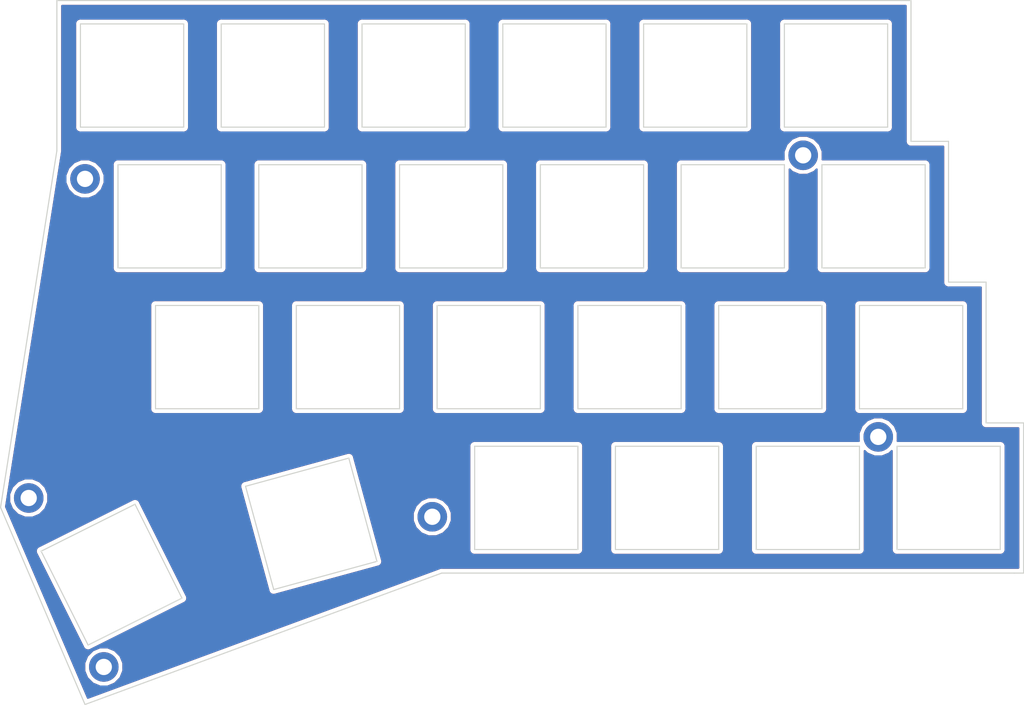
<source format=kicad_pcb>
(kicad_pcb (version 20171130) (host pcbnew "(5.0.2)-1")

  (general
    (thickness 1.6)
    (drawings 114)
    (tracks 0)
    (zones 0)
    (modules 6)
    (nets 1)
  )

  (page A4)
  (layers
    (0 F.Cu signal)
    (31 B.Cu signal)
    (32 B.Adhes user)
    (33 F.Adhes user)
    (34 B.Paste user)
    (35 F.Paste user)
    (36 B.SilkS user)
    (37 F.SilkS user)
    (38 B.Mask user)
    (39 F.Mask user)
    (40 Dwgs.User user)
    (41 Cmts.User user)
    (42 Eco1.User user)
    (43 Eco2.User user)
    (44 Edge.Cuts user)
    (45 Margin user)
    (46 B.CrtYd user)
    (47 F.CrtYd user)
    (48 B.Fab user)
    (49 F.Fab user)
  )

  (setup
    (last_trace_width 0.25)
    (trace_clearance 0.2)
    (zone_clearance 0.508)
    (zone_45_only no)
    (trace_min 0.2)
    (segment_width 0.2)
    (edge_width 0.15)
    (via_size 0.6)
    (via_drill 0.4)
    (via_min_size 0.4)
    (via_min_drill 0.3)
    (uvia_size 0.3)
    (uvia_drill 0.1)
    (uvias_allowed no)
    (uvia_min_size 0.2)
    (uvia_min_drill 0.1)
    (pcb_text_width 0.3)
    (pcb_text_size 1.5 1.5)
    (mod_edge_width 0.15)
    (mod_text_size 1 1)
    (mod_text_width 0.15)
    (pad_size 1.7526 1.7526)
    (pad_drill 1.0922)
    (pad_to_mask_clearance 0.1)
    (solder_mask_min_width 0.25)
    (pad_to_paste_clearance 0.1)
    (aux_axis_origin 96.52 64.77)
    (grid_origin 210.82 64.77)
    (visible_elements 7FFFFFFF)
    (pcbplotparams
      (layerselection 0x010fc_ffffffff)
      (usegerberextensions false)
      (usegerberattributes false)
      (usegerberadvancedattributes false)
      (creategerberjobfile false)
      (excludeedgelayer true)
      (linewidth 0.100000)
      (plotframeref false)
      (viasonmask false)
      (mode 1)
      (useauxorigin false)
      (hpglpennumber 1)
      (hpglpenspeed 20)
      (hpglpendiameter 15.000000)
      (psnegative false)
      (psa4output false)
      (plotreference true)
      (plotvalue true)
      (plotinvisibletext false)
      (padsonsilk false)
      (subtractmaskfromsilk false)
      (outputformat 1)
      (mirror false)
      (drillshape 0)
      (scaleselection 1)
      (outputdirectory "../output/"))
  )

  (net 0 "")

  (net_class Default "これはデフォルトのネット クラスです。"
    (clearance 0.2)
    (trace_width 0.25)
    (via_dia 0.6)
    (via_drill 0.4)
    (uvia_dia 0.3)
    (uvia_drill 0.1)
  )

  (module keyboard_parts:LEGO_HOLE-pr (layer F.Cu) (tedit 5B7FEEB5) (tstamp 5C5678BE)
    (at 197.5 85.71)
    (descr "Mounting Hole 2.2mm, no annular, M2")
    (tags "mounting hole 2.2mm no annular m2")
    (attr virtual)
    (fp_text reference "" (at 0 -3.2) (layer F.SilkS)
      (effects (font (size 1 1) (thickness 0.15)))
    )
    (fp_text value "" (at 0 3.2) (layer F.Fab)
      (effects (font (size 1 1) (thickness 0.15)))
    )
    (fp_circle (center 0 0) (end 2.45 0) (layer F.CrtYd) (width 0.05))
    (fp_circle (center 0 0) (end 2.2 0) (layer Cmts.User) (width 0.15))
    (fp_text user %R (at 0.3 0) (layer F.Fab)
      (effects (font (size 1 1) (thickness 0.15)))
    )
    (pad "" thru_hole circle (at 0 0) (size 4 4) (drill 2.2) (layers *.Cu *.Mask))
  )

  (module keyboard_parts:LEGO_HOLE-pr (layer F.Cu) (tedit 5B7FEEB5) (tstamp 5C420D67)
    (at 207.66 123.81)
    (descr "Mounting Hole 2.2mm, no annular, M2")
    (tags "mounting hole 2.2mm no annular m2")
    (attr virtual)
    (fp_text reference "" (at 0 -3.2) (layer F.SilkS)
      (effects (font (size 1 1) (thickness 0.15)))
    )
    (fp_text value "" (at 0 3.2) (layer F.Fab)
      (effects (font (size 1 1) (thickness 0.15)))
    )
    (fp_circle (center 0 0) (end 2.45 0) (layer F.CrtYd) (width 0.05))
    (fp_circle (center 0 0) (end 2.2 0) (layer Cmts.User) (width 0.15))
    (fp_text user %R (at 0.3 0) (layer F.Fab)
      (effects (font (size 1 1) (thickness 0.15)))
    )
    (pad "" thru_hole circle (at 0 0) (size 4 4) (drill 2.2) (layers *.Cu *.Mask))
  )

  (module keyboard_parts:LEGO_HOLE-pr (layer F.Cu) (tedit 5B7FEEB5) (tstamp 5C420E96)
    (at 147.32 134.62)
    (descr "Mounting Hole 2.2mm, no annular, M2")
    (tags "mounting hole 2.2mm no annular m2")
    (attr virtual)
    (fp_text reference "" (at 0 -3.2) (layer F.SilkS)
      (effects (font (size 1 1) (thickness 0.15)))
    )
    (fp_text value "" (at 0 3.2) (layer F.Fab)
      (effects (font (size 1 1) (thickness 0.15)))
    )
    (fp_circle (center 0 0) (end 2.45 0) (layer F.CrtYd) (width 0.05))
    (fp_circle (center 0 0) (end 2.2 0) (layer Cmts.User) (width 0.15))
    (fp_text user %R (at 0.3 0) (layer F.Fab)
      (effects (font (size 1 1) (thickness 0.15)))
    )
    (pad "" thru_hole circle (at 0 0) (size 4 4) (drill 2.2) (layers *.Cu *.Mask))
  )

  (module keyboard_parts:LEGO_HOLE-pr (layer F.Cu) (tedit 5B7FEEB5) (tstamp 5C420EA5)
    (at 102.87 154.94)
    (descr "Mounting Hole 2.2mm, no annular, M2")
    (tags "mounting hole 2.2mm no annular m2")
    (attr virtual)
    (fp_text reference "" (at 0 -3.2) (layer F.SilkS)
      (effects (font (size 1 1) (thickness 0.15)))
    )
    (fp_text value "" (at 0 3.2) (layer F.Fab)
      (effects (font (size 1 1) (thickness 0.15)))
    )
    (fp_circle (center 0 0) (end 2.45 0) (layer F.CrtYd) (width 0.05))
    (fp_circle (center 0 0) (end 2.2 0) (layer Cmts.User) (width 0.15))
    (fp_text user %R (at 0.3 0) (layer F.Fab)
      (effects (font (size 1 1) (thickness 0.15)))
    )
    (pad "" thru_hole circle (at 0 0) (size 4 4) (drill 2.2) (layers *.Cu *.Mask))
  )

  (module keyboard_parts:LEGO_HOLE-pr (layer F.Cu) (tedit 5B7FEEB5) (tstamp 5C420EB4)
    (at 100.33 88.9)
    (descr "Mounting Hole 2.2mm, no annular, M2")
    (tags "mounting hole 2.2mm no annular m2")
    (attr virtual)
    (fp_text reference "" (at 0 -3.2) (layer F.SilkS)
      (effects (font (size 1 1) (thickness 0.15)))
    )
    (fp_text value "" (at 0 3.2) (layer F.Fab)
      (effects (font (size 1 1) (thickness 0.15)))
    )
    (fp_circle (center 0 0) (end 2.45 0) (layer F.CrtYd) (width 0.05))
    (fp_circle (center 0 0) (end 2.2 0) (layer Cmts.User) (width 0.15))
    (fp_text user %R (at 0.3 0) (layer F.Fab)
      (effects (font (size 1 1) (thickness 0.15)))
    )
    (pad "" thru_hole circle (at 0 0) (size 4 4) (drill 2.2) (layers *.Cu *.Mask))
  )

  (module keyboard_parts:LEGO_HOLE-pr (layer F.Cu) (tedit 5B7FEEB5) (tstamp 5C420EC3)
    (at 92.71 132.08)
    (descr "Mounting Hole 2.2mm, no annular, M2")
    (tags "mounting hole 2.2mm no annular m2")
    (attr virtual)
    (fp_text reference "" (at 0 -3.2) (layer F.SilkS)
      (effects (font (size 1 1) (thickness 0.15)))
    )
    (fp_text value "" (at 0 3.2) (layer F.Fab)
      (effects (font (size 1 1) (thickness 0.15)))
    )
    (fp_circle (center 0 0) (end 2.45 0) (layer F.CrtYd) (width 0.05))
    (fp_circle (center 0 0) (end 2.2 0) (layer Cmts.User) (width 0.15))
    (fp_text user %R (at 0.3 0) (layer F.Fab)
      (effects (font (size 1 1) (thickness 0.15)))
    )
    (pad "" thru_hole circle (at 0 0) (size 4 4) (drill 2.2) (layers *.Cu *.Mask))
  )

  (gr_text "©Kaede Asatsuki\nNirvana TypeSS" (at 114.3 151.13 21) (layer B.Mask)
    (effects (font (size 1 1) (thickness 0.15)) (justify mirror))
  )
  (gr_text "©Kaede Asatsuki\nNirvana TypeSS" (at 114.3 151.13 21) (layer F.Mask)
    (effects (font (size 1 1) (thickness 0.15)))
  )
  (gr_line (start 212.09 83.82) (end 217.17 83.82) (layer Edge.Cuts) (width 0.15))
  (gr_line (start 212.09 64.77) (end 212.09 83.82) (layer Edge.Cuts) (width 0.15))
  (gr_line (start 210.82 64.77) (end 212.09 64.77) (layer Edge.Cuts) (width 0.15))
  (gr_line (start 227.33 121.92) (end 222.25 121.92) (layer Edge.Cuts) (width 0.15))
  (gr_line (start 222.25 102.87) (end 222.25 121.92) (layer Edge.Cuts) (width 0.15))
  (gr_line (start 217.17 102.87) (end 222.25 102.87) (layer Edge.Cuts) (width 0.15))
  (gr_line (start 217.17 83.82) (end 217.17 102.87) (layer Edge.Cuts) (width 0.15))
  (gr_line (start 227.33 142.24) (end 226.06 142.24) (layer Edge.Cuts) (width 0.15))
  (gr_line (start 227.33 121.92) (end 227.33 142.24) (layer Edge.Cuts) (width 0.15))
  (gr_line (start 96.52 64.77) (end 96.52 85.09) (layer Edge.Cuts) (width 0.15))
  (gr_line (start 168.91 64.77) (end 96.52 64.77) (layer Edge.Cuts) (width 0.15))
  (gr_line (start 122.050253 130.493214) (end 136.020253 126.683214) (layer Edge.Cuts) (width 0.15))
  (gr_line (start 125.860253 144.463214) (end 122.050253 130.493214) (layer Edge.Cuts) (width 0.15))
  (gr_line (start 139.830253 140.653214) (end 136.020253 126.683214) (layer Edge.Cuts) (width 0.15))
  (gr_line (start 125.860253 144.463214) (end 139.830253 140.653214) (layer Edge.Cuts) (width 0.15))
  (gr_line (start 100.742482 151.975827) (end 94.392482 139.275827) (layer Edge.Cuts) (width 0.15))
  (gr_line (start 107.092482 132.925827) (end 94.392482 139.275827) (layer Edge.Cuts) (width 0.15))
  (gr_line (start 113.442482 145.625827) (end 107.092482 132.925827) (layer Edge.Cuts) (width 0.15))
  (gr_line (start 113.442482 145.625827) (end 100.742482 151.975827) (layer Edge.Cuts) (width 0.15))
  (gr_line (start 151.78 81.9) (end 151.78 67.93) (layer Edge.Cuts) (width 0.15))
  (gr_line (start 137.81 81.9) (end 151.78 81.9) (layer Edge.Cuts) (width 0.15))
  (gr_line (start 137.81 67.93) (end 137.81 81.9) (layer Edge.Cuts) (width 0.15))
  (gr_line (start 151.78 67.93) (end 137.81 67.93) (layer Edge.Cuts) (width 0.15))
  (gr_line (start 170.83 81.9) (end 170.83 67.93) (layer Edge.Cuts) (width 0.15))
  (gr_line (start 156.86 81.9) (end 170.83 81.9) (layer Edge.Cuts) (width 0.15))
  (gr_line (start 156.86 67.93) (end 156.86 81.9) (layer Edge.Cuts) (width 0.15))
  (gr_line (start 170.83 67.93) (end 156.86 67.93) (layer Edge.Cuts) (width 0.15))
  (gr_line (start 189.88 81.9) (end 189.88 67.93) (layer Edge.Cuts) (width 0.15))
  (gr_line (start 175.91 81.9) (end 189.88 81.9) (layer Edge.Cuts) (width 0.15))
  (gr_line (start 175.91 67.93) (end 175.91 81.9) (layer Edge.Cuts) (width 0.15))
  (gr_line (start 189.88 67.93) (end 175.91 67.93) (layer Edge.Cuts) (width 0.15))
  (gr_line (start 208.93 81.9) (end 208.93 67.93) (layer Edge.Cuts) (width 0.15))
  (gr_line (start 194.96 81.9) (end 208.93 81.9) (layer Edge.Cuts) (width 0.15))
  (gr_line (start 194.96 67.93) (end 194.96 81.9) (layer Edge.Cuts) (width 0.15))
  (gr_line (start 208.93 67.93) (end 194.96 67.93) (layer Edge.Cuts) (width 0.15))
  (gr_line (start 142.89 100.95) (end 156.86 100.95) (layer Edge.Cuts) (width 0.15))
  (gr_line (start 142.89 86.98) (end 142.89 100.95) (layer Edge.Cuts) (width 0.15))
  (gr_line (start 156.86 86.98) (end 142.89 86.98) (layer Edge.Cuts) (width 0.15))
  (gr_line (start 156.86 100.95) (end 156.86 86.98) (layer Edge.Cuts) (width 0.15))
  (gr_line (start 161.94 100.95) (end 175.91 100.95) (layer Edge.Cuts) (width 0.15))
  (gr_line (start 161.94 86.98) (end 161.94 100.95) (layer Edge.Cuts) (width 0.15))
  (gr_line (start 175.91 86.98) (end 161.94 86.98) (layer Edge.Cuts) (width 0.15))
  (gr_line (start 175.91 100.95) (end 175.91 86.98) (layer Edge.Cuts) (width 0.15))
  (gr_line (start 180.99 100.95) (end 194.96 100.95) (layer Edge.Cuts) (width 0.15))
  (gr_line (start 180.99 86.98) (end 180.99 100.95) (layer Edge.Cuts) (width 0.15))
  (gr_line (start 194.96 86.98) (end 180.99 86.98) (layer Edge.Cuts) (width 0.15))
  (gr_line (start 194.96 100.95) (end 194.96 86.98) (layer Edge.Cuts) (width 0.15))
  (gr_line (start 205.12 120) (end 219.09 120) (layer Edge.Cuts) (width 0.15))
  (gr_line (start 205.12 106.03) (end 205.12 120) (layer Edge.Cuts) (width 0.15))
  (gr_line (start 219.09 106.03) (end 205.12 106.03) (layer Edge.Cuts) (width 0.15))
  (gr_line (start 219.09 120) (end 219.09 106.03) (layer Edge.Cuts) (width 0.15))
  (gr_line (start 186.07 120) (end 200.04 120) (layer Edge.Cuts) (width 0.15))
  (gr_line (start 186.07 106.03) (end 186.07 120) (layer Edge.Cuts) (width 0.15))
  (gr_line (start 200.04 106.03) (end 186.07 106.03) (layer Edge.Cuts) (width 0.15))
  (gr_line (start 200.04 120) (end 200.04 106.03) (layer Edge.Cuts) (width 0.15))
  (gr_line (start 167.02 120) (end 180.99 120) (layer Edge.Cuts) (width 0.15))
  (gr_line (start 167.02 106.03) (end 167.02 120) (layer Edge.Cuts) (width 0.15))
  (gr_line (start 180.99 106.03) (end 167.02 106.03) (layer Edge.Cuts) (width 0.15))
  (gr_line (start 180.99 120) (end 180.99 106.03) (layer Edge.Cuts) (width 0.15))
  (gr_line (start 147.97 120) (end 161.94 120) (layer Edge.Cuts) (width 0.15))
  (gr_line (start 147.97 106.03) (end 147.97 120) (layer Edge.Cuts) (width 0.15))
  (gr_line (start 161.94 106.03) (end 147.97 106.03) (layer Edge.Cuts) (width 0.15))
  (gr_line (start 161.94 120) (end 161.94 106.03) (layer Edge.Cuts) (width 0.15))
  (gr_line (start 153.05 125.08) (end 167.02 125.08) (layer Edge.Cuts) (width 0.15))
  (gr_line (start 153.05 139.05) (end 153.05 125.08) (layer Edge.Cuts) (width 0.15))
  (gr_line (start 167.02 139.05) (end 153.05 139.05) (layer Edge.Cuts) (width 0.15))
  (gr_line (start 167.02 125.08) (end 167.02 139.05) (layer Edge.Cuts) (width 0.15))
  (gr_line (start 172.1 125.08) (end 186.07 125.08) (layer Edge.Cuts) (width 0.15))
  (gr_line (start 172.1 139.05) (end 172.1 125.08) (layer Edge.Cuts) (width 0.15))
  (gr_line (start 186.07 139.05) (end 172.1 139.05) (layer Edge.Cuts) (width 0.15))
  (gr_line (start 186.07 125.08) (end 186.07 139.05) (layer Edge.Cuts) (width 0.15))
  (gr_line (start 191.15 125.08) (end 205.12 125.08) (layer Edge.Cuts) (width 0.15))
  (gr_line (start 191.15 139.05) (end 191.15 125.08) (layer Edge.Cuts) (width 0.15))
  (gr_line (start 205.12 139.05) (end 191.15 139.05) (layer Edge.Cuts) (width 0.15))
  (gr_line (start 205.12 125.08) (end 205.12 139.05) (layer Edge.Cuts) (width 0.15))
  (gr_line (start 210.2 125.08) (end 224.17 125.08) (layer Edge.Cuts) (width 0.15))
  (gr_line (start 210.2 139.05) (end 210.2 125.08) (layer Edge.Cuts) (width 0.15))
  (gr_line (start 224.17 139.05) (end 210.2 139.05) (layer Edge.Cuts) (width 0.15))
  (gr_line (start 224.17 125.08) (end 224.17 139.05) (layer Edge.Cuts) (width 0.15))
  (gr_line (start 118.76 67.93) (end 118.76 81.9) (layer Edge.Cuts) (width 0.15))
  (gr_line (start 132.73 67.93) (end 118.76 67.93) (layer Edge.Cuts) (width 0.15))
  (gr_line (start 132.73 81.9) (end 132.73 67.93) (layer Edge.Cuts) (width 0.15))
  (gr_line (start 118.76 81.9) (end 132.73 81.9) (layer Edge.Cuts) (width 0.15))
  (gr_line (start 99.71 81.9) (end 113.68 81.9) (layer Edge.Cuts) (width 0.15))
  (gr_line (start 99.71 67.93) (end 99.71 81.9) (layer Edge.Cuts) (width 0.15))
  (gr_line (start 113.68 67.93) (end 99.71 67.93) (layer Edge.Cuts) (width 0.15))
  (gr_line (start 113.68 81.9) (end 113.68 67.93) (layer Edge.Cuts) (width 0.15))
  (gr_line (start 128.92 106.03) (end 128.92 120) (layer Edge.Cuts) (width 0.15))
  (gr_line (start 142.89 106.03) (end 128.92 106.03) (layer Edge.Cuts) (width 0.15))
  (gr_line (start 142.89 120) (end 142.89 106.03) (layer Edge.Cuts) (width 0.15))
  (gr_line (start 128.92 120) (end 142.89 120) (layer Edge.Cuts) (width 0.15))
  (gr_line (start 109.87 120) (end 109.87 106.03) (layer Edge.Cuts) (width 0.15))
  (gr_line (start 123.84 120) (end 109.87 120) (layer Edge.Cuts) (width 0.15))
  (gr_line (start 123.84 106.03) (end 123.84 120) (layer Edge.Cuts) (width 0.15))
  (gr_line (start 109.87 106.03) (end 123.84 106.03) (layer Edge.Cuts) (width 0.15))
  (gr_line (start 123.84 86.98) (end 123.84 100.95) (layer Edge.Cuts) (width 0.15))
  (gr_line (start 137.81 86.98) (end 123.84 86.98) (layer Edge.Cuts) (width 0.15))
  (gr_line (start 137.81 100.95) (end 137.81 86.98) (layer Edge.Cuts) (width 0.15))
  (gr_line (start 123.84 100.95) (end 137.81 100.95) (layer Edge.Cuts) (width 0.15))
  (gr_line (start 118.76 100.95) (end 118.76 86.98) (layer Edge.Cuts) (width 0.15))
  (gr_line (start 104.79 100.95) (end 118.76 100.95) (layer Edge.Cuts) (width 0.15))
  (gr_line (start 104.79 86.98) (end 104.79 100.95) (layer Edge.Cuts) (width 0.15))
  (gr_line (start 118.76 86.98) (end 104.79 86.98) (layer Edge.Cuts) (width 0.15))
  (gr_line (start 200.04 86.98) (end 214.01 86.98) (layer Edge.Cuts) (width 0.15))
  (gr_line (start 200.04 100.95) (end 200.04 86.98) (layer Edge.Cuts) (width 0.15))
  (gr_line (start 214.01 100.95) (end 200.04 100.95) (layer Edge.Cuts) (width 0.15))
  (gr_line (start 214.01 86.98) (end 214.01 100.95) (layer Edge.Cuts) (width 0.15))
  (gr_line (start 210.82 64.77) (end 168.91 64.77) (layer Edge.Cuts) (width 0.15))
  (gr_line (start 148.59 142.24) (end 100.33 160.02) (layer Edge.Cuts) (width 0.15))
  (gr_line (start 226.06 142.24) (end 148.59 142.24) (layer Edge.Cuts) (width 0.15))
  (gr_line (start 100.33 160.02) (end 88.9 133.35) (layer Edge.Cuts) (width 0.15))
  (gr_line (start 88.9 133.35) (end 96.52 85.09) (layer Edge.Cuts) (width 0.15))

  (zone (net 0) (net_name "") (layers F&B.Cu) (tstamp 0) (hatch edge 0.508)
    (connect_pads (clearance 0.508))
    (min_thickness 0.254)
    (keepout (tracks not_allowed) (vias not_allowed) (copperpour not_allowed))
    (fill (arc_segments 16) (thermal_gap 0.508) (thermal_bridge_width 0.508))
    (polygon
      (pts
        (xy 99.71 67.93) (xy 113.68 67.93) (xy 113.68 81.9) (xy 99.71 81.9)
      )
    )
  )
  (zone (net 0) (net_name "") (layers F&B.Cu) (tstamp 0) (hatch edge 0.508)
    (connect_pads (clearance 0.508))
    (min_thickness 0.254)
    (keepout (tracks not_allowed) (vias not_allowed) (copperpour not_allowed))
    (fill (arc_segments 16) (thermal_gap 0.508) (thermal_bridge_width 0.508))
    (polygon
      (pts
        (xy 118.76 67.93) (xy 118.76 81.9) (xy 132.73 81.9) (xy 132.73 67.93)
      )
    )
  )
  (zone (net 0) (net_name "") (layers F&B.Cu) (tstamp 0) (hatch edge 0.508)
    (connect_pads (clearance 0.508))
    (min_thickness 0.254)
    (keepout (tracks not_allowed) (vias not_allowed) (copperpour not_allowed))
    (fill (arc_segments 16) (thermal_gap 0.508) (thermal_bridge_width 0.508))
    (polygon
      (pts
        (xy 137.81 67.93) (xy 151.78 67.93) (xy 151.78 81.9) (xy 137.81 81.9)
      )
    )
  )
  (zone (net 0) (net_name "") (layers F&B.Cu) (tstamp 0) (hatch edge 0.508)
    (connect_pads (clearance 0.508))
    (min_thickness 0.254)
    (keepout (tracks not_allowed) (vias not_allowed) (copperpour not_allowed))
    (fill (arc_segments 16) (thermal_gap 0.508) (thermal_bridge_width 0.508))
    (polygon
      (pts
        (xy 156.86 67.93) (xy 170.83 67.93) (xy 170.83 81.9) (xy 156.86 81.9)
      )
    )
  )
  (zone (net 0) (net_name "") (layers F&B.Cu) (tstamp 0) (hatch edge 0.508)
    (connect_pads (clearance 0.508))
    (min_thickness 0.254)
    (keepout (tracks not_allowed) (vias not_allowed) (copperpour not_allowed))
    (fill (arc_segments 16) (thermal_gap 0.508) (thermal_bridge_width 0.508))
    (polygon
      (pts
        (xy 189.88 81.9) (xy 189.88 67.93) (xy 175.91 67.93) (xy 175.91 81.9)
      )
    )
  )
  (zone (net 0) (net_name "") (layers F&B.Cu) (tstamp 0) (hatch edge 0.508)
    (connect_pads (clearance 0.508))
    (min_thickness 0.254)
    (keepout (tracks not_allowed) (vias not_allowed) (copperpour not_allowed))
    (fill (arc_segments 16) (thermal_gap 0.508) (thermal_bridge_width 0.508))
    (polygon
      (pts
        (xy 194.96 81.9) (xy 194.96 67.93) (xy 208.93 67.93) (xy 208.93 81.9)
      )
    )
  )
  (zone (net 0) (net_name "") (layers F&B.Cu) (tstamp 0) (hatch edge 0.508)
    (connect_pads (clearance 0.508))
    (min_thickness 0.254)
    (keepout (tracks not_allowed) (vias not_allowed) (copperpour not_allowed))
    (fill (arc_segments 16) (thermal_gap 0.508) (thermal_bridge_width 0.508))
    (polygon
      (pts
        (xy 200.04 86.98) (xy 200.04 100.95) (xy 214.01 100.95) (xy 214.01 86.98)
      )
    )
  )
  (zone (net 0) (net_name "") (layers F&B.Cu) (tstamp 0) (hatch edge 0.508)
    (connect_pads (clearance 0.508))
    (min_thickness 0.254)
    (keepout (tracks not_allowed) (vias not_allowed) (copperpour not_allowed))
    (fill (arc_segments 16) (thermal_gap 0.508) (thermal_bridge_width 0.508))
    (polygon
      (pts
        (xy 194.96 86.98) (xy 180.99 86.98) (xy 180.99 100.95) (xy 194.96 100.95)
      )
    )
  )
  (zone (net 0) (net_name "") (layers F&B.Cu) (tstamp 0) (hatch edge 0.508)
    (connect_pads (clearance 0.508))
    (min_thickness 0.254)
    (keepout (tracks not_allowed) (vias not_allowed) (copperpour not_allowed))
    (fill (arc_segments 16) (thermal_gap 0.508) (thermal_bridge_width 0.508))
    (polygon
      (pts
        (xy 175.91 86.98) (xy 175.91 100.95) (xy 161.94 100.95) (xy 161.94 86.98)
      )
    )
  )
  (zone (net 0) (net_name "") (layers F&B.Cu) (tstamp 0) (hatch edge 0.508)
    (connect_pads (clearance 0.508))
    (min_thickness 0.254)
    (keepout (tracks not_allowed) (vias not_allowed) (copperpour not_allowed))
    (fill (arc_segments 16) (thermal_gap 0.508) (thermal_bridge_width 0.508))
    (polygon
      (pts
        (xy 156.86 86.98) (xy 142.89 86.98) (xy 142.89 100.95) (xy 156.86 100.95)
      )
    )
  )
  (zone (net 0) (net_name "") (layers F&B.Cu) (tstamp 0) (hatch edge 0.508)
    (connect_pads (clearance 0.508))
    (min_thickness 0.254)
    (keepout (tracks not_allowed) (vias not_allowed) (copperpour not_allowed))
    (fill (arc_segments 16) (thermal_gap 0.508) (thermal_bridge_width 0.508))
    (polygon
      (pts
        (xy 137.81 86.98) (xy 137.81 100.95) (xy 123.84 100.95) (xy 123.84 86.98)
      )
    )
  )
  (zone (net 0) (net_name "") (layers F&B.Cu) (tstamp 0) (hatch edge 0.508)
    (connect_pads (clearance 0.508))
    (min_thickness 0.254)
    (keepout (tracks not_allowed) (vias not_allowed) (copperpour not_allowed))
    (fill (arc_segments 16) (thermal_gap 0.508) (thermal_bridge_width 0.508))
    (polygon
      (pts
        (xy 118.76 86.98) (xy 104.79 86.98) (xy 104.79 100.95) (xy 118.76 100.95)
      )
    )
  )
  (zone (net 0) (net_name "") (layers F&B.Cu) (tstamp 0) (hatch edge 0.508)
    (connect_pads (clearance 0.508))
    (min_thickness 0.254)
    (keepout (tracks not_allowed) (vias not_allowed) (copperpour not_allowed))
    (fill (arc_segments 16) (thermal_gap 0.508) (thermal_bridge_width 0.508))
    (polygon
      (pts
        (xy 219.09 106.03) (xy 205.12 106.03) (xy 205.12 120) (xy 219.09 120) (xy 219.09 107.3)
      )
    )
  )
  (zone (net 0) (net_name "") (layers F&B.Cu) (tstamp 0) (hatch edge 0.508)
    (connect_pads (clearance 0.508))
    (min_thickness 0.254)
    (keepout (tracks not_allowed) (vias not_allowed) (copperpour not_allowed))
    (fill (arc_segments 16) (thermal_gap 0.508) (thermal_bridge_width 0.508))
    (polygon
      (pts
        (xy 200.04 106.03) (xy 186.07 106.03) (xy 186.07 120) (xy 200.04 120)
      )
    )
  )
  (zone (net 0) (net_name "") (layers F&B.Cu) (tstamp 0) (hatch edge 0.508)
    (connect_pads (clearance 0.508))
    (min_thickness 0.254)
    (keepout (tracks not_allowed) (vias not_allowed) (copperpour not_allowed))
    (fill (arc_segments 16) (thermal_gap 0.508) (thermal_bridge_width 0.508))
    (polygon
      (pts
        (xy 180.99 106.03) (xy 167.02 106.03) (xy 167.02 120) (xy 180.99 120)
      )
    )
  )
  (zone (net 0) (net_name "") (layers F&B.Cu) (tstamp 0) (hatch edge 0.508)
    (connect_pads (clearance 0.508))
    (min_thickness 0.254)
    (keepout (tracks not_allowed) (vias not_allowed) (copperpour not_allowed))
    (fill (arc_segments 16) (thermal_gap 0.508) (thermal_bridge_width 0.508))
    (polygon
      (pts
        (xy 161.94 106.03) (xy 147.97 106.03) (xy 147.97 120) (xy 161.94 120)
      )
    )
  )
  (zone (net 0) (net_name "") (layers F&B.Cu) (tstamp 0) (hatch edge 0.508)
    (connect_pads (clearance 0.508))
    (min_thickness 0.254)
    (keepout (tracks not_allowed) (vias not_allowed) (copperpour not_allowed))
    (fill (arc_segments 16) (thermal_gap 0.508) (thermal_bridge_width 0.508))
    (polygon
      (pts
        (xy 142.89 106.03) (xy 142.89 120) (xy 128.92 120) (xy 128.92 106.03)
      )
    )
  )
  (zone (net 0) (net_name "") (layers F&B.Cu) (tstamp 0) (hatch edge 0.508)
    (connect_pads (clearance 0.508))
    (min_thickness 0.254)
    (keepout (tracks not_allowed) (vias not_allowed) (copperpour not_allowed))
    (fill (arc_segments 16) (thermal_gap 0.508) (thermal_bridge_width 0.508))
    (polygon
      (pts
        (xy 123.84 106.03) (xy 109.87 106.03) (xy 109.87 120) (xy 123.84 120)
      )
    )
  )
  (zone (net 0) (net_name "") (layers F&B.Cu) (tstamp 0) (hatch edge 0.508)
    (connect_pads (clearance 0.508))
    (min_thickness 0.254)
    (keepout (tracks not_allowed) (vias not_allowed) (copperpour not_allowed))
    (fill (arc_segments 16) (thermal_gap 0.508) (thermal_bridge_width 0.508))
    (polygon
      (pts
        (xy 153.05 125.08) (xy 167.02 125.08) (xy 167.02 139.05) (xy 153.05 139.05)
      )
    )
  )
  (zone (net 0) (net_name "") (layers F&B.Cu) (tstamp 0) (hatch edge 0.508)
    (connect_pads (clearance 0.508))
    (min_thickness 0.254)
    (keepout (tracks not_allowed) (vias not_allowed) (copperpour not_allowed))
    (fill (arc_segments 16) (thermal_gap 0.508) (thermal_bridge_width 0.508))
    (polygon
      (pts
        (xy 172.1 125.08) (xy 186.07 125.08) (xy 186.07 139.05) (xy 172.1 139.05)
      )
    )
  )
  (zone (net 0) (net_name "") (layers F&B.Cu) (tstamp 0) (hatch edge 0.508)
    (connect_pads (clearance 0.508))
    (min_thickness 0.254)
    (keepout (tracks not_allowed) (vias not_allowed) (copperpour not_allowed))
    (fill (arc_segments 16) (thermal_gap 0.508) (thermal_bridge_width 0.508))
    (polygon
      (pts
        (xy 191.15 125.08) (xy 205.12 125.08) (xy 205.12 139.05) (xy 191.15 139.05)
      )
    )
  )
  (zone (net 0) (net_name "") (layers F&B.Cu) (tstamp 0) (hatch edge 0.508)
    (connect_pads (clearance 0.508))
    (min_thickness 0.254)
    (keepout (tracks not_allowed) (vias not_allowed) (copperpour not_allowed))
    (fill (arc_segments 16) (thermal_gap 0.508) (thermal_bridge_width 0.508))
    (polygon
      (pts
        (xy 210.2 125.08) (xy 224.17 125.08) (xy 224.17 139.05) (xy 210.2 139.05)
      )
    )
  )
  (zone (net 0) (net_name "") (layers F&B.Cu) (tstamp 0) (hatch edge 0.508)
    (connect_pads (clearance 0.508))
    (min_thickness 0.254)
    (keepout (tracks not_allowed) (vias not_allowed) (copperpour not_allowed))
    (fill (arc_segments 16) (thermal_gap 0.508) (thermal_bridge_width 0.508))
    (polygon
      (pts
        (xy 113.442482 145.625827) (xy 100.742482 151.975827) (xy 94.392482 139.275827) (xy 107.092482 132.925827)
      )
    )
  )
  (zone (net 0) (net_name "") (layers F&B.Cu) (tstamp 0) (hatch edge 0.508)
    (connect_pads (clearance 0.508))
    (min_thickness 0.254)
    (keepout (tracks not_allowed) (vias not_allowed) (copperpour not_allowed))
    (fill (arc_segments 16) (thermal_gap 0.508) (thermal_bridge_width 0.508))
    (polygon
      (pts
        (xy 139.830253 140.653214) (xy 125.860253 144.463214) (xy 122.050253 130.493214) (xy 136.020253 126.683214)
      )
    )
  )
  (zone (net 0) (net_name "") (layer F.Cu) (tstamp 5C45CF46) (hatch edge 0.508)
    (connect_pads (clearance 0.508))
    (min_thickness 0.254)
    (fill yes (arc_segments 16) (thermal_gap 0.508) (thermal_bridge_width 0.508))
    (polygon
      (pts
        (xy 148.59 142.24) (xy 227.33 142.24) (xy 227.33 121.92) (xy 222.25 121.92) (xy 222.25 102.87)
        (xy 217.17 102.87) (xy 217.17 83.82) (xy 212.09 83.82) (xy 212.09 64.77) (xy 96.52 64.77)
        (xy 96.52 85.09) (xy 88.9 133.35) (xy 100.33 160.02)
      )
    )
    (filled_polygon
      (pts
        (xy 211.380001 83.750069) (xy 211.366091 83.82) (xy 211.421195 84.097028) (xy 211.578119 84.331881) (xy 211.812972 84.488805)
        (xy 212.020074 84.53) (xy 212.020075 84.53) (xy 212.09 84.543909) (xy 212.159926 84.53) (xy 216.46 84.53)
        (xy 216.460001 102.800069) (xy 216.446091 102.87) (xy 216.501195 103.147028) (xy 216.658119 103.381881) (xy 216.892972 103.538805)
        (xy 217.100074 103.58) (xy 217.100075 103.58) (xy 217.17 103.593909) (xy 217.239926 103.58) (xy 221.54 103.58)
        (xy 221.540001 121.850069) (xy 221.526091 121.92) (xy 221.581195 122.197028) (xy 221.738119 122.431881) (xy 221.972972 122.588805)
        (xy 222.180074 122.63) (xy 222.180075 122.63) (xy 222.25 122.643909) (xy 222.319926 122.63) (xy 226.62 122.63)
        (xy 226.620001 141.53) (xy 148.674186 141.53) (xy 148.618737 141.516662) (xy 148.534284 141.53) (xy 148.520074 141.53)
        (xy 148.465305 141.540894) (xy 148.410163 141.549603) (xy 148.396833 141.554514) (xy 148.312972 141.571195) (xy 148.26555 141.602882)
        (xy 100.717062 159.120746) (xy 98.709748 154.437012) (xy 100.230881 154.437012) (xy 100.235 154.950655) (xy 100.235 155.464134)
        (xy 100.239199 155.474271) (xy 100.239287 155.485247) (xy 100.624257 156.414647) (xy 100.630175 156.418171) (xy 100.636155 156.432608)
        (xy 101.377392 157.173845) (xy 101.391829 157.179825) (xy 101.395353 157.185743) (xy 101.871483 157.378504) (xy 102.345866 157.575)
        (xy 102.356838 157.575) (xy 102.367012 157.579119) (xy 102.880655 157.575) (xy 103.394134 157.575) (xy 103.404271 157.570801)
        (xy 103.415247 157.570713) (xy 104.344647 157.185743) (xy 104.348171 157.179825) (xy 104.362608 157.173845) (xy 105.103845 156.432608)
        (xy 105.109825 156.418171) (xy 105.115743 156.414647) (xy 105.308504 155.938517) (xy 105.505 155.464134) (xy 105.505 155.453162)
        (xy 105.509119 155.442988) (xy 105.505 154.929345) (xy 105.505 154.415866) (xy 105.500801 154.405729) (xy 105.500713 154.394753)
        (xy 105.115743 153.465353) (xy 105.109825 153.461829) (xy 105.103845 153.447392) (xy 104.362608 152.706155) (xy 104.348171 152.700175)
        (xy 104.344647 152.694257) (xy 103.868517 152.501496) (xy 103.394134 152.305) (xy 103.383162 152.305) (xy 103.372988 152.300881)
        (xy 102.859345 152.305) (xy 102.345866 152.305) (xy 102.335729 152.309199) (xy 102.324753 152.309287) (xy 101.395353 152.694257)
        (xy 101.391829 152.700175) (xy 101.377392 152.706155) (xy 100.636155 153.447392) (xy 100.630175 153.461829) (xy 100.624257 153.465353)
        (xy 100.431496 153.941483) (xy 100.235 154.415866) (xy 100.235 154.426838) (xy 100.230881 154.437012) (xy 98.709748 154.437012)
        (xy 92.23409 139.327144) (xy 93.670394 139.327144) (xy 93.726167 139.530804) (xy 93.726168 139.530806) (xy 93.744999 139.599568)
        (xy 93.78871 139.655889) (xy 100.076169 152.230811) (xy 100.094999 152.299568) (xy 100.138707 152.355886) (xy 100.13871 152.355892)
        (xy 100.268175 152.522707) (xy 100.477696 152.642142) (xy 100.513562 152.662587) (xy 100.793799 152.697915) (xy 101.066224 152.623311)
        (xy 101.122549 152.579597) (xy 113.697462 146.292142) (xy 113.766224 146.273311) (xy 113.822545 146.2296) (xy 113.822547 146.229599)
        (xy 113.989362 146.100134) (xy 114.129242 145.854747) (xy 114.16457 145.57451) (xy 114.089966 145.302085) (xy 114.046253 145.245762)
        (xy 107.758798 132.670852) (xy 107.739966 132.602085) (xy 107.566788 132.378947) (xy 107.321402 132.239067) (xy 107.041165 132.203739)
        (xy 107.041164 132.203739) (xy 106.837504 132.259512) (xy 106.8375 132.259514) (xy 106.768741 132.278344) (xy 106.712422 132.322053)
        (xy 94.137503 138.609513) (xy 94.068741 138.628344) (xy 94.01242 138.672055) (xy 94.012417 138.672056) (xy 93.882387 138.772972)
        (xy 93.845602 138.801521) (xy 93.705722 139.046907) (xy 93.670394 139.327144) (xy 92.23409 139.327144) (xy 89.633242 133.258501)
        (xy 89.89874 131.577012) (xy 90.070881 131.577012) (xy 90.075 132.090655) (xy 90.075 132.604134) (xy 90.079199 132.614271)
        (xy 90.079287 132.625247) (xy 90.464257 133.554647) (xy 90.470175 133.558171) (xy 90.476155 133.572608) (xy 91.217392 134.313845)
        (xy 91.231829 134.319825) (xy 91.235353 134.325743) (xy 91.711483 134.518504) (xy 92.185866 134.715) (xy 92.196838 134.715)
        (xy 92.207012 134.719119) (xy 92.720655 134.715) (xy 93.234134 134.715) (xy 93.244271 134.710801) (xy 93.255247 134.710713)
        (xy 94.184647 134.325743) (xy 94.188171 134.319825) (xy 94.202608 134.313845) (xy 94.943845 133.572608) (xy 94.949825 133.558171)
        (xy 94.955743 133.554647) (xy 95.148504 133.078517) (xy 95.345 132.604134) (xy 95.345 132.593162) (xy 95.349119 132.582988)
        (xy 95.345 132.069345) (xy 95.345 131.555866) (xy 95.340801 131.545729) (xy 95.340713 131.534753) (xy 94.955743 130.605353)
        (xy 94.949825 130.601829) (xy 94.943845 130.587392) (xy 94.758375 130.401922) (xy 121.332124 130.401922) (xy 121.340856 130.52663)
        (xy 121.351852 130.683687) (xy 121.383669 130.747487) (xy 125.156873 144.582569) (xy 125.161852 144.653687) (xy 125.193668 144.717485)
        (xy 125.193669 144.717489) (xy 125.287905 144.906454) (xy 125.501093 145.091743) (xy 125.76896 145.181343) (xy 125.768961 145.181343)
        (xy 125.979604 145.166595) (xy 125.979606 145.166595) (xy 126.050726 145.161615) (xy 126.114527 145.129798) (xy 139.949608 141.356594)
        (xy 140.020726 141.351615) (xy 140.084525 141.319799) (xy 140.084528 141.319798) (xy 140.273493 141.225562) (xy 140.458782 141.012374)
        (xy 140.548382 140.744507) (xy 140.546402 140.716224) (xy 140.533634 140.533862) (xy 140.533633 140.53386) (xy 140.528654 140.462741)
        (xy 140.496837 140.398941) (xy 138.783584 134.117012) (xy 144.680881 134.117012) (xy 144.685 134.630655) (xy 144.685 135.144134)
        (xy 144.689199 135.154271) (xy 144.689287 135.165247) (xy 145.074257 136.094647) (xy 145.080175 136.098171) (xy 145.086155 136.112608)
        (xy 145.827392 136.853845) (xy 145.841829 136.859825) (xy 145.845353 136.865743) (xy 146.321483 137.058504) (xy 146.795866 137.255)
        (xy 146.806838 137.255) (xy 146.817012 137.259119) (xy 147.330655 137.255) (xy 147.844134 137.255) (xy 147.854271 137.250801)
        (xy 147.865247 137.250713) (xy 148.794647 136.865743) (xy 148.798171 136.859825) (xy 148.812608 136.853845) (xy 149.553845 136.112608)
        (xy 149.559825 136.098171) (xy 149.565743 136.094647) (xy 149.758504 135.618517) (xy 149.955 135.144134) (xy 149.955 135.133162)
        (xy 149.959119 135.122988) (xy 149.955 134.609345) (xy 149.955 134.095866) (xy 149.950801 134.085729) (xy 149.950713 134.074753)
        (xy 149.565743 133.145353) (xy 149.559825 133.141829) (xy 149.553845 133.127392) (xy 148.812608 132.386155) (xy 148.798171 132.380175)
        (xy 148.794647 132.374257) (xy 148.318517 132.181496) (xy 147.844134 131.985) (xy 147.833162 131.985) (xy 147.822988 131.980881)
        (xy 147.309345 131.985) (xy 146.795866 131.985) (xy 146.785729 131.989199) (xy 146.774753 131.989287) (xy 145.845353 132.374257)
        (xy 145.841829 132.380175) (xy 145.827392 132.386155) (xy 145.086155 133.127392) (xy 145.080175 133.141829) (xy 145.074257 133.145353)
        (xy 144.881496 133.621483) (xy 144.685 134.095866) (xy 144.685 134.106838) (xy 144.680881 134.117012) (xy 138.783584 134.117012)
        (xy 136.723634 126.563864) (xy 136.718654 126.492741) (xy 136.592601 126.239974) (xy 136.379412 126.054685) (xy 136.111545 125.965085)
        (xy 135.900901 125.979833) (xy 135.900899 125.979834) (xy 135.82978 125.984813) (xy 135.765981 126.016629) (xy 121.930903 129.789833)
        (xy 121.85978 129.794813) (xy 121.607013 129.920867) (xy 121.421724 130.134055) (xy 121.332124 130.401922) (xy 94.758375 130.401922)
        (xy 94.202608 129.846155) (xy 94.188171 129.840175) (xy 94.184647 129.834257) (xy 93.708517 129.641496) (xy 93.234134 129.445)
        (xy 93.223162 129.445) (xy 93.212988 129.440881) (xy 92.699345 129.445) (xy 92.185866 129.445) (xy 92.175729 129.449199)
        (xy 92.164753 129.449287) (xy 91.235353 129.834257) (xy 91.231829 129.840175) (xy 91.217392 129.846155) (xy 90.476155 130.587392)
        (xy 90.470175 130.601829) (xy 90.464257 130.605353) (xy 90.271496 131.081483) (xy 90.075 131.555866) (xy 90.075 131.566838)
        (xy 90.070881 131.577012) (xy 89.89874 131.577012) (xy 90.924583 125.08) (xy 152.326091 125.08) (xy 152.340001 125.149931)
        (xy 152.34 138.980074) (xy 152.326091 139.05) (xy 152.381195 139.327028) (xy 152.538119 139.561881) (xy 152.772972 139.718805)
        (xy 153.05 139.773909) (xy 153.119925 139.76) (xy 166.950075 139.76) (xy 167.02 139.773909) (xy 167.297028 139.718805)
        (xy 167.531881 139.561881) (xy 167.688805 139.327028) (xy 167.73 139.119926) (xy 167.73 139.119925) (xy 167.743909 139.05)
        (xy 167.73 138.980074) (xy 167.73 125.149926) (xy 167.743909 125.08) (xy 171.376091 125.08) (xy 171.390001 125.149931)
        (xy 171.39 138.980074) (xy 171.376091 139.05) (xy 171.431195 139.327028) (xy 171.588119 139.561881) (xy 171.822972 139.718805)
        (xy 172.1 139.773909) (xy 172.169925 139.76) (xy 186.000075 139.76) (xy 186.07 139.773909) (xy 186.347028 139.718805)
        (xy 186.581881 139.561881) (xy 186.738805 139.327028) (xy 186.78 139.119926) (xy 186.78 139.119925) (xy 186.793909 139.05)
        (xy 186.78 138.980074) (xy 186.78 125.149926) (xy 186.793909 125.08) (xy 190.426091 125.08) (xy 190.440001 125.149931)
        (xy 190.44 138.980074) (xy 190.426091 139.05) (xy 190.481195 139.327028) (xy 190.638119 139.561881) (xy 190.872972 139.718805)
        (xy 191.15 139.773909) (xy 191.219925 139.76) (xy 205.050075 139.76) (xy 205.12 139.773909) (xy 205.397028 139.718805)
        (xy 205.631881 139.561881) (xy 205.788805 139.327028) (xy 205.83 139.119926) (xy 205.83 139.119925) (xy 205.843909 139.05)
        (xy 205.83 138.980074) (xy 205.83 125.706453) (xy 206.167392 126.043845) (xy 206.181829 126.049825) (xy 206.185353 126.055743)
        (xy 206.661483 126.248504) (xy 207.135866 126.445) (xy 207.146838 126.445) (xy 207.157012 126.449119) (xy 207.670655 126.445)
        (xy 208.184134 126.445) (xy 208.194271 126.440801) (xy 208.205247 126.440713) (xy 209.134647 126.055743) (xy 209.138171 126.049825)
        (xy 209.152608 126.043845) (xy 209.490001 125.706452) (xy 209.49 138.980074) (xy 209.476091 139.05) (xy 209.531195 139.327028)
        (xy 209.688119 139.561881) (xy 209.922972 139.718805) (xy 210.2 139.773909) (xy 210.269925 139.76) (xy 224.100075 139.76)
        (xy 224.17 139.773909) (xy 224.447028 139.718805) (xy 224.681881 139.561881) (xy 224.838805 139.327028) (xy 224.88 139.119926)
        (xy 224.88 139.119925) (xy 224.893909 139.05) (xy 224.88 138.980074) (xy 224.88 125.149926) (xy 224.893909 125.08)
        (xy 224.838805 124.802972) (xy 224.681881 124.568119) (xy 224.447028 124.411195) (xy 224.239926 124.37) (xy 224.239925 124.37)
        (xy 224.17 124.356091) (xy 224.100074 124.37) (xy 210.280144 124.37) (xy 210.295 124.334134) (xy 210.295 124.323162)
        (xy 210.299119 124.312988) (xy 210.295 123.799345) (xy 210.295 123.285866) (xy 210.290801 123.275729) (xy 210.290713 123.264753)
        (xy 209.905743 122.335353) (xy 209.899825 122.331829) (xy 209.893845 122.317392) (xy 209.152608 121.576155) (xy 209.138171 121.570175)
        (xy 209.134647 121.564257) (xy 208.658517 121.371496) (xy 208.184134 121.175) (xy 208.173162 121.175) (xy 208.162988 121.170881)
        (xy 207.649345 121.175) (xy 207.135866 121.175) (xy 207.125729 121.179199) (xy 207.114753 121.179287) (xy 206.185353 121.564257)
        (xy 206.181829 121.570175) (xy 206.167392 121.576155) (xy 205.426155 122.317392) (xy 205.420175 122.331829) (xy 205.414257 122.335353)
        (xy 205.221496 122.811483) (xy 205.025 123.285866) (xy 205.025 123.296838) (xy 205.020881 123.307012) (xy 205.025 123.820655)
        (xy 205.025 124.334134) (xy 205.029199 124.344271) (xy 205.029287 124.355247) (xy 205.035398 124.37) (xy 191.219926 124.37)
        (xy 191.15 124.356091) (xy 191.080075 124.37) (xy 191.080074 124.37) (xy 190.872972 124.411195) (xy 190.638119 124.568119)
        (xy 190.481195 124.802972) (xy 190.426091 125.08) (xy 186.793909 125.08) (xy 186.738805 124.802972) (xy 186.581881 124.568119)
        (xy 186.347028 124.411195) (xy 186.139926 124.37) (xy 186.139925 124.37) (xy 186.07 124.356091) (xy 186.000074 124.37)
        (xy 172.169926 124.37) (xy 172.1 124.356091) (xy 172.030075 124.37) (xy 172.030074 124.37) (xy 171.822972 124.411195)
        (xy 171.588119 124.568119) (xy 171.431195 124.802972) (xy 171.376091 125.08) (xy 167.743909 125.08) (xy 167.688805 124.802972)
        (xy 167.531881 124.568119) (xy 167.297028 124.411195) (xy 167.089926 124.37) (xy 167.089925 124.37) (xy 167.02 124.356091)
        (xy 166.950074 124.37) (xy 153.119926 124.37) (xy 153.05 124.356091) (xy 152.980075 124.37) (xy 152.980074 124.37)
        (xy 152.772972 124.411195) (xy 152.538119 124.568119) (xy 152.381195 124.802972) (xy 152.326091 125.08) (xy 90.924583 125.08)
        (xy 93.932478 106.03) (xy 109.146091 106.03) (xy 109.160001 106.099931) (xy 109.16 119.930074) (xy 109.146091 120)
        (xy 109.201195 120.277028) (xy 109.358119 120.511881) (xy 109.592972 120.668805) (xy 109.87 120.723909) (xy 109.939925 120.71)
        (xy 123.770075 120.71) (xy 123.84 120.723909) (xy 124.117028 120.668805) (xy 124.351881 120.511881) (xy 124.508805 120.277028)
        (xy 124.55 120.069926) (xy 124.55 120.069925) (xy 124.563909 120) (xy 124.55 119.930074) (xy 124.55 106.099926)
        (xy 124.563909 106.03) (xy 128.196091 106.03) (xy 128.21 106.099926) (xy 128.210001 119.930069) (xy 128.196091 120)
        (xy 128.251195 120.277028) (xy 128.408119 120.511881) (xy 128.642972 120.668805) (xy 128.850074 120.71) (xy 128.850075 120.71)
        (xy 128.92 120.723909) (xy 128.989926 120.71) (xy 142.820074 120.71) (xy 142.89 120.723909) (xy 142.959925 120.71)
        (xy 142.959926 120.71) (xy 143.167028 120.668805) (xy 143.401881 120.511881) (xy 143.558805 120.277028) (xy 143.613909 120)
        (xy 143.6 119.930074) (xy 143.6 106.099926) (xy 143.613909 106.03) (xy 147.246091 106.03) (xy 147.26 106.099926)
        (xy 147.260001 119.930069) (xy 147.246091 120) (xy 147.301195 120.277028) (xy 147.458119 120.511881) (xy 147.692972 120.668805)
        (xy 147.900074 120.71) (xy 147.900075 120.71) (xy 147.97 120.723909) (xy 148.039926 120.71) (xy 161.870074 120.71)
        (xy 161.94 120.723909) (xy 162.009925 120.71) (xy 162.009926 120.71) (xy 162.217028 120.668805) (xy 162.451881 120.511881)
        (xy 162.608805 120.277028) (xy 162.663909 120) (xy 162.65 119.930074) (xy 162.65 106.099926) (xy 162.663909 106.03)
        (xy 166.296091 106.03) (xy 166.31 106.099926) (xy 166.310001 119.930069) (xy 166.296091 120) (xy 166.351195 120.277028)
        (xy 166.508119 120.511881) (xy 166.742972 120.668805) (xy 166.950074 120.71) (xy 166.950075 120.71) (xy 167.02 120.723909)
        (xy 167.089926 120.71) (xy 180.920074 120.71) (xy 180.99 120.723909) (xy 181.059925 120.71) (xy 181.059926 120.71)
        (xy 181.267028 120.668805) (xy 181.501881 120.511881) (xy 181.658805 120.277028) (xy 181.713909 120) (xy 181.7 119.930074)
        (xy 181.7 106.099926) (xy 181.713909 106.03) (xy 185.346091 106.03) (xy 185.36 106.099926) (xy 185.360001 119.930069)
        (xy 185.346091 120) (xy 185.401195 120.277028) (xy 185.558119 120.511881) (xy 185.792972 120.668805) (xy 186.000074 120.71)
        (xy 186.000075 120.71) (xy 186.07 120.723909) (xy 186.139926 120.71) (xy 199.970074 120.71) (xy 200.04 120.723909)
        (xy 200.109925 120.71) (xy 200.109926 120.71) (xy 200.317028 120.668805) (xy 200.551881 120.511881) (xy 200.708805 120.277028)
        (xy 200.763909 120) (xy 200.75 119.930074) (xy 200.75 106.099926) (xy 200.763909 106.03) (xy 204.396091 106.03)
        (xy 204.41 106.099926) (xy 204.410001 119.930069) (xy 204.396091 120) (xy 204.451195 120.277028) (xy 204.608119 120.511881)
        (xy 204.842972 120.668805) (xy 205.050074 120.71) (xy 205.050075 120.71) (xy 205.12 120.723909) (xy 205.189926 120.71)
        (xy 219.020074 120.71) (xy 219.09 120.723909) (xy 219.159925 120.71) (xy 219.159926 120.71) (xy 219.367028 120.668805)
        (xy 219.601881 120.511881) (xy 219.758805 120.277028) (xy 219.813909 120) (xy 219.8 119.930074) (xy 219.8 106.099926)
        (xy 219.813909 106.03) (xy 219.758805 105.752972) (xy 219.601881 105.518119) (xy 219.367028 105.361195) (xy 219.159926 105.32)
        (xy 219.09 105.306091) (xy 219.020075 105.32) (xy 205.189925 105.32) (xy 205.12 105.306091) (xy 205.050074 105.32)
        (xy 204.842972 105.361195) (xy 204.608119 105.518119) (xy 204.451195 105.752972) (xy 204.396091 106.03) (xy 200.763909 106.03)
        (xy 200.708805 105.752972) (xy 200.551881 105.518119) (xy 200.317028 105.361195) (xy 200.109926 105.32) (xy 200.04 105.306091)
        (xy 199.970075 105.32) (xy 186.139925 105.32) (xy 186.07 105.306091) (xy 186.000074 105.32) (xy 185.792972 105.361195)
        (xy 185.558119 105.518119) (xy 185.401195 105.752972) (xy 185.346091 106.03) (xy 181.713909 106.03) (xy 181.658805 105.752972)
        (xy 181.501881 105.518119) (xy 181.267028 105.361195) (xy 181.059926 105.32) (xy 180.99 105.306091) (xy 180.920075 105.32)
        (xy 167.089925 105.32) (xy 167.02 105.306091) (xy 166.950074 105.32) (xy 166.742972 105.361195) (xy 166.508119 105.518119)
        (xy 166.351195 105.752972) (xy 166.296091 106.03) (xy 162.663909 106.03) (xy 162.608805 105.752972) (xy 162.451881 105.518119)
        (xy 162.217028 105.361195) (xy 162.009926 105.32) (xy 161.94 105.306091) (xy 161.870075 105.32) (xy 148.039925 105.32)
        (xy 147.97 105.306091) (xy 147.900074 105.32) (xy 147.692972 105.361195) (xy 147.458119 105.518119) (xy 147.301195 105.752972)
        (xy 147.246091 106.03) (xy 143.613909 106.03) (xy 143.558805 105.752972) (xy 143.401881 105.518119) (xy 143.167028 105.361195)
        (xy 142.959926 105.32) (xy 142.89 105.306091) (xy 142.820075 105.32) (xy 128.989925 105.32) (xy 128.92 105.306091)
        (xy 128.850074 105.32) (xy 128.642972 105.361195) (xy 128.408119 105.518119) (xy 128.251195 105.752972) (xy 128.196091 106.03)
        (xy 124.563909 106.03) (xy 124.508805 105.752972) (xy 124.351881 105.518119) (xy 124.117028 105.361195) (xy 123.909926 105.32)
        (xy 123.909925 105.32) (xy 123.84 105.306091) (xy 123.770074 105.32) (xy 109.939926 105.32) (xy 109.87 105.306091)
        (xy 109.800075 105.32) (xy 109.800074 105.32) (xy 109.592972 105.361195) (xy 109.358119 105.518119) (xy 109.201195 105.752972)
        (xy 109.146091 106.03) (xy 93.932478 106.03) (xy 96.716635 88.397012) (xy 97.690881 88.397012) (xy 97.695 88.910655)
        (xy 97.695 89.424134) (xy 97.699199 89.434271) (xy 97.699287 89.445247) (xy 98.084257 90.374647) (xy 98.090175 90.378171)
        (xy 98.096155 90.392608) (xy 98.837392 91.133845) (xy 98.851829 91.139825) (xy 98.855353 91.145743) (xy 99.331483 91.338504)
        (xy 99.805866 91.535) (xy 99.816838 91.535) (xy 99.827012 91.539119) (xy 100.340655 91.535) (xy 100.854134 91.535)
        (xy 100.864271 91.530801) (xy 100.875247 91.530713) (xy 101.804647 91.145743) (xy 101.808171 91.139825) (xy 101.822608 91.133845)
        (xy 102.563845 90.392608) (xy 102.569825 90.378171) (xy 102.575743 90.374647) (xy 102.768504 89.898517) (xy 102.965 89.424134)
        (xy 102.965 89.413162) (xy 102.969119 89.402988) (xy 102.965 88.889345) (xy 102.965 88.375866) (xy 102.960801 88.365729)
        (xy 102.960713 88.354753) (xy 102.575743 87.425353) (xy 102.569825 87.421829) (xy 102.563845 87.407392) (xy 102.136453 86.98)
        (xy 104.066091 86.98) (xy 104.08 87.049926) (xy 104.080001 100.880069) (xy 104.066091 100.95) (xy 104.121195 101.227028)
        (xy 104.278119 101.461881) (xy 104.512972 101.618805) (xy 104.720074 101.66) (xy 104.720075 101.66) (xy 104.79 101.673909)
        (xy 104.859926 101.66) (xy 118.690074 101.66) (xy 118.76 101.673909) (xy 118.829925 101.66) (xy 118.829926 101.66)
        (xy 119.037028 101.618805) (xy 119.271881 101.461881) (xy 119.428805 101.227028) (xy 119.483909 100.95) (xy 119.47 100.880074)
        (xy 119.47 87.049926) (xy 119.483909 86.98) (xy 123.116091 86.98) (xy 123.13 87.049926) (xy 123.130001 100.880069)
        (xy 123.116091 100.95) (xy 123.171195 101.227028) (xy 123.328119 101.461881) (xy 123.562972 101.618805) (xy 123.770074 101.66)
        (xy 123.770075 101.66) (xy 123.84 101.673909) (xy 123.909926 101.66) (xy 137.740074 101.66) (xy 137.81 101.673909)
        (xy 137.879925 101.66) (xy 137.879926 101.66) (xy 138.087028 101.618805) (xy 138.321881 101.461881) (xy 138.478805 101.227028)
        (xy 138.533909 100.95) (xy 138.52 100.880074) (xy 138.52 87.049926) (xy 138.533909 86.98) (xy 142.166091 86.98)
        (xy 142.18 87.049926) (xy 142.180001 100.880069) (xy 142.166091 100.95) (xy 142.221195 101.227028) (xy 142.378119 101.461881)
        (xy 142.612972 101.618805) (xy 142.820074 101.66) (xy 142.820075 101.66) (xy 142.89 101.673909) (xy 142.959926 101.66)
        (xy 156.790074 101.66) (xy 156.86 101.673909) (xy 156.929925 101.66) (xy 156.929926 101.66) (xy 157.137028 101.618805)
        (xy 157.371881 101.461881) (xy 157.528805 101.227028) (xy 157.583909 100.95) (xy 157.57 100.880074) (xy 157.57 87.049926)
        (xy 157.583909 86.98) (xy 161.216091 86.98) (xy 161.23 87.049926) (xy 161.230001 100.880069) (xy 161.216091 100.95)
        (xy 161.271195 101.227028) (xy 161.428119 101.461881) (xy 161.662972 101.618805) (xy 161.870074 101.66) (xy 161.870075 101.66)
        (xy 161.94 101.673909) (xy 162.009926 101.66) (xy 175.840074 101.66) (xy 175.91 101.673909) (xy 175.979925 101.66)
        (xy 175.979926 101.66) (xy 176.187028 101.618805) (xy 176.421881 101.461881) (xy 176.578805 101.227028) (xy 176.633909 100.95)
        (xy 176.62 100.880074) (xy 176.62 87.049926) (xy 176.633909 86.98) (xy 180.266091 86.98) (xy 180.28 87.049926)
        (xy 180.280001 100.880069) (xy 180.266091 100.95) (xy 180.321195 101.227028) (xy 180.478119 101.461881) (xy 180.712972 101.618805)
        (xy 180.920074 101.66) (xy 180.920075 101.66) (xy 180.99 101.673909) (xy 181.059926 101.66) (xy 194.890074 101.66)
        (xy 194.96 101.673909) (xy 195.029925 101.66) (xy 195.029926 101.66) (xy 195.237028 101.618805) (xy 195.471881 101.461881)
        (xy 195.628805 101.227028) (xy 195.683909 100.95) (xy 195.67 100.880074) (xy 195.67 87.606453) (xy 196.007392 87.943845)
        (xy 196.021829 87.949825) (xy 196.025353 87.955743) (xy 196.501483 88.148504) (xy 196.975866 88.345) (xy 196.986838 88.345)
        (xy 196.997012 88.349119) (xy 197.510655 88.345) (xy 198.024134 88.345) (xy 198.034271 88.340801) (xy 198.045247 88.340713)
        (xy 198.974647 87.955743) (xy 198.978171 87.949825) (xy 198.992608 87.943845) (xy 199.330001 87.606452) (xy 199.33 100.880074)
        (xy 199.316091 100.95) (xy 199.371195 101.227028) (xy 199.528119 101.461881) (xy 199.762972 101.618805) (xy 200.04 101.673909)
        (xy 200.109925 101.66) (xy 213.940075 101.66) (xy 214.01 101.673909) (xy 214.287028 101.618805) (xy 214.521881 101.461881)
        (xy 214.678805 101.227028) (xy 214.72 101.019926) (xy 214.72 101.019925) (xy 214.733909 100.95) (xy 214.72 100.880074)
        (xy 214.72 87.049926) (xy 214.733909 86.98) (xy 214.678805 86.702972) (xy 214.521881 86.468119) (xy 214.287028 86.311195)
        (xy 214.079926 86.27) (xy 214.079925 86.27) (xy 214.01 86.256091) (xy 213.940074 86.27) (xy 200.120144 86.27)
        (xy 200.135 86.234134) (xy 200.135 86.223162) (xy 200.139119 86.212988) (xy 200.135 85.699345) (xy 200.135 85.185866)
        (xy 200.130801 85.175729) (xy 200.130713 85.164753) (xy 199.745743 84.235353) (xy 199.739825 84.231829) (xy 199.733845 84.217392)
        (xy 198.992608 83.476155) (xy 198.978171 83.470175) (xy 198.974647 83.464257) (xy 198.498517 83.271496) (xy 198.024134 83.075)
        (xy 198.013162 83.075) (xy 198.002988 83.070881) (xy 197.489345 83.075) (xy 196.975866 83.075) (xy 196.965729 83.079199)
        (xy 196.954753 83.079287) (xy 196.025353 83.464257) (xy 196.021829 83.470175) (xy 196.007392 83.476155) (xy 195.266155 84.217392)
        (xy 195.260175 84.231829) (xy 195.254257 84.235353) (xy 195.061496 84.711483) (xy 194.865 85.185866) (xy 194.865 85.196838)
        (xy 194.860881 85.207012) (xy 194.865 85.720655) (xy 194.865 86.234134) (xy 194.869199 86.244271) (xy 194.869287 86.255247)
        (xy 194.875398 86.27) (xy 181.059925 86.27) (xy 180.99 86.256091) (xy 180.920074 86.27) (xy 180.712972 86.311195)
        (xy 180.478119 86.468119) (xy 180.321195 86.702972) (xy 180.266091 86.98) (xy 176.633909 86.98) (xy 176.578805 86.702972)
        (xy 176.421881 86.468119) (xy 176.187028 86.311195) (xy 175.979926 86.27) (xy 175.91 86.256091) (xy 175.840075 86.27)
        (xy 162.009925 86.27) (xy 161.94 86.256091) (xy 161.870074 86.27) (xy 161.662972 86.311195) (xy 161.428119 86.468119)
        (xy 161.271195 86.702972) (xy 161.216091 86.98) (xy 157.583909 86.98) (xy 157.528805 86.702972) (xy 157.371881 86.468119)
        (xy 157.137028 86.311195) (xy 156.929926 86.27) (xy 156.86 86.256091) (xy 156.790075 86.27) (xy 142.959925 86.27)
        (xy 142.89 86.256091) (xy 142.820074 86.27) (xy 142.612972 86.311195) (xy 142.378119 86.468119) (xy 142.221195 86.702972)
        (xy 142.166091 86.98) (xy 138.533909 86.98) (xy 138.478805 86.702972) (xy 138.321881 86.468119) (xy 138.087028 86.311195)
        (xy 137.879926 86.27) (xy 137.81 86.256091) (xy 137.740075 86.27) (xy 123.909925 86.27) (xy 123.84 86.256091)
        (xy 123.770074 86.27) (xy 123.562972 86.311195) (xy 123.328119 86.468119) (xy 123.171195 86.702972) (xy 123.116091 86.98)
        (xy 119.483909 86.98) (xy 119.428805 86.702972) (xy 119.271881 86.468119) (xy 119.037028 86.311195) (xy 118.829926 86.27)
        (xy 118.76 86.256091) (xy 118.690075 86.27) (xy 104.859925 86.27) (xy 104.79 86.256091) (xy 104.720074 86.27)
        (xy 104.512972 86.311195) (xy 104.278119 86.468119) (xy 104.121195 86.702972) (xy 104.066091 86.98) (xy 102.136453 86.98)
        (xy 101.822608 86.666155) (xy 101.808171 86.660175) (xy 101.804647 86.654257) (xy 101.328517 86.461496) (xy 100.854134 86.265)
        (xy 100.843162 86.265) (xy 100.832988 86.260881) (xy 100.319345 86.265) (xy 99.805866 86.265) (xy 99.795729 86.269199)
        (xy 99.784753 86.269287) (xy 98.855353 86.654257) (xy 98.851829 86.660175) (xy 98.837392 86.666155) (xy 98.096155 87.407392)
        (xy 98.090175 87.421829) (xy 98.084257 87.425353) (xy 97.891496 87.901483) (xy 97.695 88.375866) (xy 97.695 88.386838)
        (xy 97.690881 88.397012) (xy 96.716635 88.397012) (xy 97.21911 85.214674) (xy 97.23 85.159926) (xy 97.23 85.145704)
        (xy 97.232217 85.131663) (xy 97.23 85.075916) (xy 97.23 67.93) (xy 98.986091 67.93) (xy 99 67.999926)
        (xy 99.000001 81.830069) (xy 98.986091 81.9) (xy 99.041195 82.177028) (xy 99.198119 82.411881) (xy 99.432972 82.568805)
        (xy 99.640074 82.61) (xy 99.640075 82.61) (xy 99.71 82.623909) (xy 99.779926 82.61) (xy 113.610074 82.61)
        (xy 113.68 82.623909) (xy 113.749925 82.61) (xy 113.749926 82.61) (xy 113.957028 82.568805) (xy 114.191881 82.411881)
        (xy 114.348805 82.177028) (xy 114.403909 81.9) (xy 114.39 81.830074) (xy 114.39 67.999926) (xy 114.403909 67.93)
        (xy 118.036091 67.93) (xy 118.05 67.999926) (xy 118.050001 81.830069) (xy 118.036091 81.9) (xy 118.091195 82.177028)
        (xy 118.248119 82.411881) (xy 118.482972 82.568805) (xy 118.690074 82.61) (xy 118.690075 82.61) (xy 118.76 82.623909)
        (xy 118.829926 82.61) (xy 132.660074 82.61) (xy 132.73 82.623909) (xy 132.799925 82.61) (xy 132.799926 82.61)
        (xy 133.007028 82.568805) (xy 133.241881 82.411881) (xy 133.398805 82.177028) (xy 133.453909 81.9) (xy 133.44 81.830074)
        (xy 133.44 67.999926) (xy 133.453909 67.93) (xy 137.086091 67.93) (xy 137.1 67.999926) (xy 137.100001 81.830069)
        (xy 137.086091 81.9) (xy 137.141195 82.177028) (xy 137.298119 82.411881) (xy 137.532972 82.568805) (xy 137.740074 82.61)
        (xy 137.740075 82.61) (xy 137.81 82.623909) (xy 137.879926 82.61) (xy 151.710074 82.61) (xy 151.78 82.623909)
        (xy 151.849925 82.61) (xy 151.849926 82.61) (xy 152.057028 82.568805) (xy 152.291881 82.411881) (xy 152.448805 82.177028)
        (xy 152.503909 81.9) (xy 152.49 81.830074) (xy 152.49 67.999926) (xy 152.503909 67.93) (xy 156.136091 67.93)
        (xy 156.15 67.999926) (xy 156.150001 81.830069) (xy 156.136091 81.9) (xy 156.191195 82.177028) (xy 156.348119 82.411881)
        (xy 156.582972 82.568805) (xy 156.790074 82.61) (xy 156.790075 82.61) (xy 156.86 82.623909) (xy 156.929926 82.61)
        (xy 170.760074 82.61) (xy 170.83 82.623909) (xy 170.899925 82.61) (xy 170.899926 82.61) (xy 171.107028 82.568805)
        (xy 171.341881 82.411881) (xy 171.498805 82.177028) (xy 171.553909 81.9) (xy 171.54 81.830074) (xy 171.54 67.999926)
        (xy 171.553909 67.93) (xy 175.186091 67.93) (xy 175.2 67.999926) (xy 175.200001 81.830069) (xy 175.186091 81.9)
        (xy 175.241195 82.177028) (xy 175.398119 82.411881) (xy 175.632972 82.568805) (xy 175.840074 82.61) (xy 175.840075 82.61)
        (xy 175.91 82.623909) (xy 175.979926 82.61) (xy 189.810074 82.61) (xy 189.88 82.623909) (xy 189.949925 82.61)
        (xy 189.949926 82.61) (xy 190.157028 82.568805) (xy 190.391881 82.411881) (xy 190.548805 82.177028) (xy 190.603909 81.9)
        (xy 190.59 81.830074) (xy 190.59 67.999926) (xy 190.603909 67.93) (xy 194.236091 67.93) (xy 194.25 67.999926)
        (xy 194.250001 81.830069) (xy 194.236091 81.9) (xy 194.291195 82.177028) (xy 194.448119 82.411881) (xy 194.682972 82.568805)
        (xy 194.890074 82.61) (xy 194.890075 82.61) (xy 194.96 82.623909) (xy 195.029926 82.61) (xy 208.860074 82.61)
        (xy 208.93 82.623909) (xy 208.999925 82.61) (xy 208.999926 82.61) (xy 209.207028 82.568805) (xy 209.441881 82.411881)
        (xy 209.598805 82.177028) (xy 209.653909 81.9) (xy 209.64 81.830074) (xy 209.64 67.999926) (xy 209.653909 67.93)
        (xy 209.598805 67.652972) (xy 209.441881 67.418119) (xy 209.207028 67.261195) (xy 208.999926 67.22) (xy 208.93 67.206091)
        (xy 208.860075 67.22) (xy 195.029925 67.22) (xy 194.96 67.206091) (xy 194.890074 67.22) (xy 194.682972 67.261195)
        (xy 194.448119 67.418119) (xy 194.291195 67.652972) (xy 194.236091 67.93) (xy 190.603909 67.93) (xy 190.548805 67.652972)
        (xy 190.391881 67.418119) (xy 190.157028 67.261195) (xy 189.949926 67.22) (xy 189.88 67.206091) (xy 189.810075 67.22)
        (xy 175.979925 67.22) (xy 175.91 67.206091) (xy 175.840074 67.22) (xy 175.632972 67.261195) (xy 175.398119 67.418119)
        (xy 175.241195 67.652972) (xy 175.186091 67.93) (xy 171.553909 67.93) (xy 171.498805 67.652972) (xy 171.341881 67.418119)
        (xy 171.107028 67.261195) (xy 170.899926 67.22) (xy 170.83 67.206091) (xy 170.760075 67.22) (xy 156.929925 67.22)
        (xy 156.86 67.206091) (xy 156.790074 67.22) (xy 156.582972 67.261195) (xy 156.348119 67.418119) (xy 156.191195 67.652972)
        (xy 156.136091 67.93) (xy 152.503909 67.93) (xy 152.448805 67.652972) (xy 152.291881 67.418119) (xy 152.057028 67.261195)
        (xy 151.849926 67.22) (xy 151.78 67.206091) (xy 151.710075 67.22) (xy 137.879925 67.22) (xy 137.81 67.206091)
        (xy 137.740074 67.22) (xy 137.532972 67.261195) (xy 137.298119 67.418119) (xy 137.141195 67.652972) (xy 137.086091 67.93)
        (xy 133.453909 67.93) (xy 133.398805 67.652972) (xy 133.241881 67.418119) (xy 133.007028 67.261195) (xy 132.799926 67.22)
        (xy 132.73 67.206091) (xy 132.660075 67.22) (xy 118.829925 67.22) (xy 118.76 67.206091) (xy 118.690074 67.22)
        (xy 118.482972 67.261195) (xy 118.248119 67.418119) (xy 118.091195 67.652972) (xy 118.036091 67.93) (xy 114.403909 67.93)
        (xy 114.348805 67.652972) (xy 114.191881 67.418119) (xy 113.957028 67.261195) (xy 113.749926 67.22) (xy 113.68 67.206091)
        (xy 113.610075 67.22) (xy 99.779925 67.22) (xy 99.71 67.206091) (xy 99.640074 67.22) (xy 99.432972 67.261195)
        (xy 99.198119 67.418119) (xy 99.041195 67.652972) (xy 98.986091 67.93) (xy 97.23 67.93) (xy 97.23 65.48)
        (xy 211.38 65.48)
      )
    )
  )
  (zone (net 0) (net_name "") (layer B.Cu) (tstamp 5C45CF43) (hatch edge 0.508)
    (connect_pads (clearance 0.508))
    (min_thickness 0.254)
    (fill yes (arc_segments 16) (thermal_gap 0.508) (thermal_bridge_width 0.508))
    (polygon
      (pts
        (xy 148.59 142.24) (xy 227.33 142.24) (xy 227.33 121.92) (xy 222.25 121.92) (xy 222.25 102.87)
        (xy 217.17 102.87) (xy 217.17 83.82) (xy 212.09 83.82) (xy 212.09 64.77) (xy 96.52 64.77)
        (xy 96.52 85.09) (xy 88.9 133.35) (xy 100.33 160.02)
      )
    )
    (filled_polygon
      (pts
        (xy 211.380001 83.750069) (xy 211.366091 83.82) (xy 211.421195 84.097028) (xy 211.578119 84.331881) (xy 211.812972 84.488805)
        (xy 212.020074 84.53) (xy 212.020075 84.53) (xy 212.09 84.543909) (xy 212.159926 84.53) (xy 216.46 84.53)
        (xy 216.460001 102.800069) (xy 216.446091 102.87) (xy 216.501195 103.147028) (xy 216.658119 103.381881) (xy 216.892972 103.538805)
        (xy 217.100074 103.58) (xy 217.100075 103.58) (xy 217.17 103.593909) (xy 217.239926 103.58) (xy 221.54 103.58)
        (xy 221.540001 121.850069) (xy 221.526091 121.92) (xy 221.581195 122.197028) (xy 221.738119 122.431881) (xy 221.972972 122.588805)
        (xy 222.180074 122.63) (xy 222.180075 122.63) (xy 222.25 122.643909) (xy 222.319926 122.63) (xy 226.62 122.63)
        (xy 226.620001 141.53) (xy 148.674186 141.53) (xy 148.618737 141.516662) (xy 148.534284 141.53) (xy 148.520074 141.53)
        (xy 148.465305 141.540894) (xy 148.410163 141.549603) (xy 148.396833 141.554514) (xy 148.312972 141.571195) (xy 148.26555 141.602882)
        (xy 100.717062 159.120746) (xy 98.709748 154.437012) (xy 100.230881 154.437012) (xy 100.235 154.950655) (xy 100.235 155.464134)
        (xy 100.239199 155.474271) (xy 100.239287 155.485247) (xy 100.624257 156.414647) (xy 100.630175 156.418171) (xy 100.636155 156.432608)
        (xy 101.377392 157.173845) (xy 101.391829 157.179825) (xy 101.395353 157.185743) (xy 101.871483 157.378504) (xy 102.345866 157.575)
        (xy 102.356838 157.575) (xy 102.367012 157.579119) (xy 102.880655 157.575) (xy 103.394134 157.575) (xy 103.404271 157.570801)
        (xy 103.415247 157.570713) (xy 104.344647 157.185743) (xy 104.348171 157.179825) (xy 104.362608 157.173845) (xy 105.103845 156.432608)
        (xy 105.109825 156.418171) (xy 105.115743 156.414647) (xy 105.308504 155.938517) (xy 105.505 155.464134) (xy 105.505 155.453162)
        (xy 105.509119 155.442988) (xy 105.505 154.929345) (xy 105.505 154.415866) (xy 105.500801 154.405729) (xy 105.500713 154.394753)
        (xy 105.115743 153.465353) (xy 105.109825 153.461829) (xy 105.103845 153.447392) (xy 104.362608 152.706155) (xy 104.348171 152.700175)
        (xy 104.344647 152.694257) (xy 103.868517 152.501496) (xy 103.394134 152.305) (xy 103.383162 152.305) (xy 103.372988 152.300881)
        (xy 102.859345 152.305) (xy 102.345866 152.305) (xy 102.335729 152.309199) (xy 102.324753 152.309287) (xy 101.395353 152.694257)
        (xy 101.391829 152.700175) (xy 101.377392 152.706155) (xy 100.636155 153.447392) (xy 100.630175 153.461829) (xy 100.624257 153.465353)
        (xy 100.431496 153.941483) (xy 100.235 154.415866) (xy 100.235 154.426838) (xy 100.230881 154.437012) (xy 98.709748 154.437012)
        (xy 92.23409 139.327144) (xy 93.670394 139.327144) (xy 93.726167 139.530804) (xy 93.726168 139.530806) (xy 93.744999 139.599568)
        (xy 93.78871 139.655889) (xy 100.076169 152.230811) (xy 100.094999 152.299568) (xy 100.138707 152.355886) (xy 100.13871 152.355892)
        (xy 100.268175 152.522707) (xy 100.477696 152.642142) (xy 100.513562 152.662587) (xy 100.793799 152.697915) (xy 101.066224 152.623311)
        (xy 101.122549 152.579597) (xy 113.697462 146.292142) (xy 113.766224 146.273311) (xy 113.822545 146.2296) (xy 113.822547 146.229599)
        (xy 113.989362 146.100134) (xy 114.129242 145.854747) (xy 114.16457 145.57451) (xy 114.089966 145.302085) (xy 114.046253 145.245762)
        (xy 107.758798 132.670852) (xy 107.739966 132.602085) (xy 107.566788 132.378947) (xy 107.321402 132.239067) (xy 107.041165 132.203739)
        (xy 107.041164 132.203739) (xy 106.837504 132.259512) (xy 106.8375 132.259514) (xy 106.768741 132.278344) (xy 106.712422 132.322053)
        (xy 94.137503 138.609513) (xy 94.068741 138.628344) (xy 94.01242 138.672055) (xy 94.012417 138.672056) (xy 93.882387 138.772972)
        (xy 93.845602 138.801521) (xy 93.705722 139.046907) (xy 93.670394 139.327144) (xy 92.23409 139.327144) (xy 89.633242 133.258501)
        (xy 89.89874 131.577012) (xy 90.070881 131.577012) (xy 90.075 132.090655) (xy 90.075 132.604134) (xy 90.079199 132.614271)
        (xy 90.079287 132.625247) (xy 90.464257 133.554647) (xy 90.470175 133.558171) (xy 90.476155 133.572608) (xy 91.217392 134.313845)
        (xy 91.231829 134.319825) (xy 91.235353 134.325743) (xy 91.711483 134.518504) (xy 92.185866 134.715) (xy 92.196838 134.715)
        (xy 92.207012 134.719119) (xy 92.720655 134.715) (xy 93.234134 134.715) (xy 93.244271 134.710801) (xy 93.255247 134.710713)
        (xy 94.184647 134.325743) (xy 94.188171 134.319825) (xy 94.202608 134.313845) (xy 94.943845 133.572608) (xy 94.949825 133.558171)
        (xy 94.955743 133.554647) (xy 95.148504 133.078517) (xy 95.345 132.604134) (xy 95.345 132.593162) (xy 95.349119 132.582988)
        (xy 95.345 132.069345) (xy 95.345 131.555866) (xy 95.340801 131.545729) (xy 95.340713 131.534753) (xy 94.955743 130.605353)
        (xy 94.949825 130.601829) (xy 94.943845 130.587392) (xy 94.758375 130.401922) (xy 121.332124 130.401922) (xy 121.340856 130.52663)
        (xy 121.351852 130.683687) (xy 121.383669 130.747487) (xy 125.156873 144.582569) (xy 125.161852 144.653687) (xy 125.193668 144.717485)
        (xy 125.193669 144.717489) (xy 125.287905 144.906454) (xy 125.501093 145.091743) (xy 125.76896 145.181343) (xy 125.768961 145.181343)
        (xy 125.979604 145.166595) (xy 125.979606 145.166595) (xy 126.050726 145.161615) (xy 126.114527 145.129798) (xy 139.949608 141.356594)
        (xy 140.020726 141.351615) (xy 140.084525 141.319799) (xy 140.084528 141.319798) (xy 140.273493 141.225562) (xy 140.458782 141.012374)
        (xy 140.548382 140.744507) (xy 140.546402 140.716224) (xy 140.533634 140.533862) (xy 140.533633 140.53386) (xy 140.528654 140.462741)
        (xy 140.496837 140.398941) (xy 138.783584 134.117012) (xy 144.680881 134.117012) (xy 144.685 134.630655) (xy 144.685 135.144134)
        (xy 144.689199 135.154271) (xy 144.689287 135.165247) (xy 145.074257 136.094647) (xy 145.080175 136.098171) (xy 145.086155 136.112608)
        (xy 145.827392 136.853845) (xy 145.841829 136.859825) (xy 145.845353 136.865743) (xy 146.321483 137.058504) (xy 146.795866 137.255)
        (xy 146.806838 137.255) (xy 146.817012 137.259119) (xy 147.330655 137.255) (xy 147.844134 137.255) (xy 147.854271 137.250801)
        (xy 147.865247 137.250713) (xy 148.794647 136.865743) (xy 148.798171 136.859825) (xy 148.812608 136.853845) (xy 149.553845 136.112608)
        (xy 149.559825 136.098171) (xy 149.565743 136.094647) (xy 149.758504 135.618517) (xy 149.955 135.144134) (xy 149.955 135.133162)
        (xy 149.959119 135.122988) (xy 149.955 134.609345) (xy 149.955 134.095866) (xy 149.950801 134.085729) (xy 149.950713 134.074753)
        (xy 149.565743 133.145353) (xy 149.559825 133.141829) (xy 149.553845 133.127392) (xy 148.812608 132.386155) (xy 148.798171 132.380175)
        (xy 148.794647 132.374257) (xy 148.318517 132.181496) (xy 147.844134 131.985) (xy 147.833162 131.985) (xy 147.822988 131.980881)
        (xy 147.309345 131.985) (xy 146.795866 131.985) (xy 146.785729 131.989199) (xy 146.774753 131.989287) (xy 145.845353 132.374257)
        (xy 145.841829 132.380175) (xy 145.827392 132.386155) (xy 145.086155 133.127392) (xy 145.080175 133.141829) (xy 145.074257 133.145353)
        (xy 144.881496 133.621483) (xy 144.685 134.095866) (xy 144.685 134.106838) (xy 144.680881 134.117012) (xy 138.783584 134.117012)
        (xy 136.723634 126.563864) (xy 136.718654 126.492741) (xy 136.592601 126.239974) (xy 136.379412 126.054685) (xy 136.111545 125.965085)
        (xy 135.900901 125.979833) (xy 135.900899 125.979834) (xy 135.82978 125.984813) (xy 135.765981 126.016629) (xy 121.930903 129.789833)
        (xy 121.85978 129.794813) (xy 121.607013 129.920867) (xy 121.421724 130.134055) (xy 121.332124 130.401922) (xy 94.758375 130.401922)
        (xy 94.202608 129.846155) (xy 94.188171 129.840175) (xy 94.184647 129.834257) (xy 93.708517 129.641496) (xy 93.234134 129.445)
        (xy 93.223162 129.445) (xy 93.212988 129.440881) (xy 92.699345 129.445) (xy 92.185866 129.445) (xy 92.175729 129.449199)
        (xy 92.164753 129.449287) (xy 91.235353 129.834257) (xy 91.231829 129.840175) (xy 91.217392 129.846155) (xy 90.476155 130.587392)
        (xy 90.470175 130.601829) (xy 90.464257 130.605353) (xy 90.271496 131.081483) (xy 90.075 131.555866) (xy 90.075 131.566838)
        (xy 90.070881 131.577012) (xy 89.89874 131.577012) (xy 90.924583 125.08) (xy 152.326091 125.08) (xy 152.340001 125.149931)
        (xy 152.34 138.980074) (xy 152.326091 139.05) (xy 152.381195 139.327028) (xy 152.538119 139.561881) (xy 152.772972 139.718805)
        (xy 153.05 139.773909) (xy 153.119925 139.76) (xy 166.950075 139.76) (xy 167.02 139.773909) (xy 167.297028 139.718805)
        (xy 167.531881 139.561881) (xy 167.688805 139.327028) (xy 167.73 139.119926) (xy 167.73 139.119925) (xy 167.743909 139.05)
        (xy 167.73 138.980074) (xy 167.73 125.149926) (xy 167.743909 125.08) (xy 171.376091 125.08) (xy 171.390001 125.149931)
        (xy 171.39 138.980074) (xy 171.376091 139.05) (xy 171.431195 139.327028) (xy 171.588119 139.561881) (xy 171.822972 139.718805)
        (xy 172.1 139.773909) (xy 172.169925 139.76) (xy 186.000075 139.76) (xy 186.07 139.773909) (xy 186.347028 139.718805)
        (xy 186.581881 139.561881) (xy 186.738805 139.327028) (xy 186.78 139.119926) (xy 186.78 139.119925) (xy 186.793909 139.05)
        (xy 186.78 138.980074) (xy 186.78 125.149926) (xy 186.793909 125.08) (xy 190.426091 125.08) (xy 190.440001 125.149931)
        (xy 190.44 138.980074) (xy 190.426091 139.05) (xy 190.481195 139.327028) (xy 190.638119 139.561881) (xy 190.872972 139.718805)
        (xy 191.15 139.773909) (xy 191.219925 139.76) (xy 205.050075 139.76) (xy 205.12 139.773909) (xy 205.397028 139.718805)
        (xy 205.631881 139.561881) (xy 205.788805 139.327028) (xy 205.83 139.119926) (xy 205.83 139.119925) (xy 205.843909 139.05)
        (xy 205.83 138.980074) (xy 205.83 125.706453) (xy 206.167392 126.043845) (xy 206.181829 126.049825) (xy 206.185353 126.055743)
        (xy 206.661483 126.248504) (xy 207.135866 126.445) (xy 207.146838 126.445) (xy 207.157012 126.449119) (xy 207.670655 126.445)
        (xy 208.184134 126.445) (xy 208.194271 126.440801) (xy 208.205247 126.440713) (xy 209.134647 126.055743) (xy 209.138171 126.049825)
        (xy 209.152608 126.043845) (xy 209.490001 125.706452) (xy 209.49 138.980074) (xy 209.476091 139.05) (xy 209.531195 139.327028)
        (xy 209.688119 139.561881) (xy 209.922972 139.718805) (xy 210.2 139.773909) (xy 210.269925 139.76) (xy 224.100075 139.76)
        (xy 224.17 139.773909) (xy 224.447028 139.718805) (xy 224.681881 139.561881) (xy 224.838805 139.327028) (xy 224.88 139.119926)
        (xy 224.88 139.119925) (xy 224.893909 139.05) (xy 224.88 138.980074) (xy 224.88 125.149926) (xy 224.893909 125.08)
        (xy 224.838805 124.802972) (xy 224.681881 124.568119) (xy 224.447028 124.411195) (xy 224.239926 124.37) (xy 224.239925 124.37)
        (xy 224.17 124.356091) (xy 224.100074 124.37) (xy 210.280144 124.37) (xy 210.295 124.334134) (xy 210.295 124.323162)
        (xy 210.299119 124.312988) (xy 210.295 123.799345) (xy 210.295 123.285866) (xy 210.290801 123.275729) (xy 210.290713 123.264753)
        (xy 209.905743 122.335353) (xy 209.899825 122.331829) (xy 209.893845 122.317392) (xy 209.152608 121.576155) (xy 209.138171 121.570175)
        (xy 209.134647 121.564257) (xy 208.658517 121.371496) (xy 208.184134 121.175) (xy 208.173162 121.175) (xy 208.162988 121.170881)
        (xy 207.649345 121.175) (xy 207.135866 121.175) (xy 207.125729 121.179199) (xy 207.114753 121.179287) (xy 206.185353 121.564257)
        (xy 206.181829 121.570175) (xy 206.167392 121.576155) (xy 205.426155 122.317392) (xy 205.420175 122.331829) (xy 205.414257 122.335353)
        (xy 205.221496 122.811483) (xy 205.025 123.285866) (xy 205.025 123.296838) (xy 205.020881 123.307012) (xy 205.025 123.820655)
        (xy 205.025 124.334134) (xy 205.029199 124.344271) (xy 205.029287 124.355247) (xy 205.035398 124.37) (xy 191.219926 124.37)
        (xy 191.15 124.356091) (xy 191.080075 124.37) (xy 191.080074 124.37) (xy 190.872972 124.411195) (xy 190.638119 124.568119)
        (xy 190.481195 124.802972) (xy 190.426091 125.08) (xy 186.793909 125.08) (xy 186.738805 124.802972) (xy 186.581881 124.568119)
        (xy 186.347028 124.411195) (xy 186.139926 124.37) (xy 186.139925 124.37) (xy 186.07 124.356091) (xy 186.000074 124.37)
        (xy 172.169926 124.37) (xy 172.1 124.356091) (xy 172.030075 124.37) (xy 172.030074 124.37) (xy 171.822972 124.411195)
        (xy 171.588119 124.568119) (xy 171.431195 124.802972) (xy 171.376091 125.08) (xy 167.743909 125.08) (xy 167.688805 124.802972)
        (xy 167.531881 124.568119) (xy 167.297028 124.411195) (xy 167.089926 124.37) (xy 167.089925 124.37) (xy 167.02 124.356091)
        (xy 166.950074 124.37) (xy 153.119926 124.37) (xy 153.05 124.356091) (xy 152.980075 124.37) (xy 152.980074 124.37)
        (xy 152.772972 124.411195) (xy 152.538119 124.568119) (xy 152.381195 124.802972) (xy 152.326091 125.08) (xy 90.924583 125.08)
        (xy 93.932478 106.03) (xy 109.146091 106.03) (xy 109.160001 106.099931) (xy 109.16 119.930074) (xy 109.146091 120)
        (xy 109.201195 120.277028) (xy 109.358119 120.511881) (xy 109.592972 120.668805) (xy 109.87 120.723909) (xy 109.939925 120.71)
        (xy 123.770075 120.71) (xy 123.84 120.723909) (xy 124.117028 120.668805) (xy 124.351881 120.511881) (xy 124.508805 120.277028)
        (xy 124.55 120.069926) (xy 124.55 120.069925) (xy 124.563909 120) (xy 124.55 119.930074) (xy 124.55 106.099926)
        (xy 124.563909 106.03) (xy 128.196091 106.03) (xy 128.21 106.099926) (xy 128.210001 119.930069) (xy 128.196091 120)
        (xy 128.251195 120.277028) (xy 128.408119 120.511881) (xy 128.642972 120.668805) (xy 128.850074 120.71) (xy 128.850075 120.71)
        (xy 128.92 120.723909) (xy 128.989926 120.71) (xy 142.820074 120.71) (xy 142.89 120.723909) (xy 142.959925 120.71)
        (xy 142.959926 120.71) (xy 143.167028 120.668805) (xy 143.401881 120.511881) (xy 143.558805 120.277028) (xy 143.613909 120)
        (xy 143.6 119.930074) (xy 143.6 106.099926) (xy 143.613909 106.03) (xy 147.246091 106.03) (xy 147.26 106.099926)
        (xy 147.260001 119.930069) (xy 147.246091 120) (xy 147.301195 120.277028) (xy 147.458119 120.511881) (xy 147.692972 120.668805)
        (xy 147.900074 120.71) (xy 147.900075 120.71) (xy 147.97 120.723909) (xy 148.039926 120.71) (xy 161.870074 120.71)
        (xy 161.94 120.723909) (xy 162.009925 120.71) (xy 162.009926 120.71) (xy 162.217028 120.668805) (xy 162.451881 120.511881)
        (xy 162.608805 120.277028) (xy 162.663909 120) (xy 162.65 119.930074) (xy 162.65 106.099926) (xy 162.663909 106.03)
        (xy 166.296091 106.03) (xy 166.31 106.099926) (xy 166.310001 119.930069) (xy 166.296091 120) (xy 166.351195 120.277028)
        (xy 166.508119 120.511881) (xy 166.742972 120.668805) (xy 166.950074 120.71) (xy 166.950075 120.71) (xy 167.02 120.723909)
        (xy 167.089926 120.71) (xy 180.920074 120.71) (xy 180.99 120.723909) (xy 181.059925 120.71) (xy 181.059926 120.71)
        (xy 181.267028 120.668805) (xy 181.501881 120.511881) (xy 181.658805 120.277028) (xy 181.713909 120) (xy 181.7 119.930074)
        (xy 181.7 106.099926) (xy 181.713909 106.03) (xy 185.346091 106.03) (xy 185.36 106.099926) (xy 185.360001 119.930069)
        (xy 185.346091 120) (xy 185.401195 120.277028) (xy 185.558119 120.511881) (xy 185.792972 120.668805) (xy 186.000074 120.71)
        (xy 186.000075 120.71) (xy 186.07 120.723909) (xy 186.139926 120.71) (xy 199.970074 120.71) (xy 200.04 120.723909)
        (xy 200.109925 120.71) (xy 200.109926 120.71) (xy 200.317028 120.668805) (xy 200.551881 120.511881) (xy 200.708805 120.277028)
        (xy 200.763909 120) (xy 200.75 119.930074) (xy 200.75 106.099926) (xy 200.763909 106.03) (xy 204.396091 106.03)
        (xy 204.41 106.099926) (xy 204.410001 119.930069) (xy 204.396091 120) (xy 204.451195 120.277028) (xy 204.608119 120.511881)
        (xy 204.842972 120.668805) (xy 205.050074 120.71) (xy 205.050075 120.71) (xy 205.12 120.723909) (xy 205.189926 120.71)
        (xy 219.020074 120.71) (xy 219.09 120.723909) (xy 219.159925 120.71) (xy 219.159926 120.71) (xy 219.367028 120.668805)
        (xy 219.601881 120.511881) (xy 219.758805 120.277028) (xy 219.813909 120) (xy 219.8 119.930074) (xy 219.8 106.099926)
        (xy 219.813909 106.03) (xy 219.758805 105.752972) (xy 219.601881 105.518119) (xy 219.367028 105.361195) (xy 219.159926 105.32)
        (xy 219.09 105.306091) (xy 219.020075 105.32) (xy 205.189925 105.32) (xy 205.12 105.306091) (xy 205.050074 105.32)
        (xy 204.842972 105.361195) (xy 204.608119 105.518119) (xy 204.451195 105.752972) (xy 204.396091 106.03) (xy 200.763909 106.03)
        (xy 200.708805 105.752972) (xy 200.551881 105.518119) (xy 200.317028 105.361195) (xy 200.109926 105.32) (xy 200.04 105.306091)
        (xy 199.970075 105.32) (xy 186.139925 105.32) (xy 186.07 105.306091) (xy 186.000074 105.32) (xy 185.792972 105.361195)
        (xy 185.558119 105.518119) (xy 185.401195 105.752972) (xy 185.346091 106.03) (xy 181.713909 106.03) (xy 181.658805 105.752972)
        (xy 181.501881 105.518119) (xy 181.267028 105.361195) (xy 181.059926 105.32) (xy 180.99 105.306091) (xy 180.920075 105.32)
        (xy 167.089925 105.32) (xy 167.02 105.306091) (xy 166.950074 105.32) (xy 166.742972 105.361195) (xy 166.508119 105.518119)
        (xy 166.351195 105.752972) (xy 166.296091 106.03) (xy 162.663909 106.03) (xy 162.608805 105.752972) (xy 162.451881 105.518119)
        (xy 162.217028 105.361195) (xy 162.009926 105.32) (xy 161.94 105.306091) (xy 161.870075 105.32) (xy 148.039925 105.32)
        (xy 147.97 105.306091) (xy 147.900074 105.32) (xy 147.692972 105.361195) (xy 147.458119 105.518119) (xy 147.301195 105.752972)
        (xy 147.246091 106.03) (xy 143.613909 106.03) (xy 143.558805 105.752972) (xy 143.401881 105.518119) (xy 143.167028 105.361195)
        (xy 142.959926 105.32) (xy 142.89 105.306091) (xy 142.820075 105.32) (xy 128.989925 105.32) (xy 128.92 105.306091)
        (xy 128.850074 105.32) (xy 128.642972 105.361195) (xy 128.408119 105.518119) (xy 128.251195 105.752972) (xy 128.196091 106.03)
        (xy 124.563909 106.03) (xy 124.508805 105.752972) (xy 124.351881 105.518119) (xy 124.117028 105.361195) (xy 123.909926 105.32)
        (xy 123.909925 105.32) (xy 123.84 105.306091) (xy 123.770074 105.32) (xy 109.939926 105.32) (xy 109.87 105.306091)
        (xy 109.800075 105.32) (xy 109.800074 105.32) (xy 109.592972 105.361195) (xy 109.358119 105.518119) (xy 109.201195 105.752972)
        (xy 109.146091 106.03) (xy 93.932478 106.03) (xy 96.716635 88.397012) (xy 97.690881 88.397012) (xy 97.695 88.910655)
        (xy 97.695 89.424134) (xy 97.699199 89.434271) (xy 97.699287 89.445247) (xy 98.084257 90.374647) (xy 98.090175 90.378171)
        (xy 98.096155 90.392608) (xy 98.837392 91.133845) (xy 98.851829 91.139825) (xy 98.855353 91.145743) (xy 99.331483 91.338504)
        (xy 99.805866 91.535) (xy 99.816838 91.535) (xy 99.827012 91.539119) (xy 100.340655 91.535) (xy 100.854134 91.535)
        (xy 100.864271 91.530801) (xy 100.875247 91.530713) (xy 101.804647 91.145743) (xy 101.808171 91.139825) (xy 101.822608 91.133845)
        (xy 102.563845 90.392608) (xy 102.569825 90.378171) (xy 102.575743 90.374647) (xy 102.768504 89.898517) (xy 102.965 89.424134)
        (xy 102.965 89.413162) (xy 102.969119 89.402988) (xy 102.965 88.889345) (xy 102.965 88.375866) (xy 102.960801 88.365729)
        (xy 102.960713 88.354753) (xy 102.575743 87.425353) (xy 102.569825 87.421829) (xy 102.563845 87.407392) (xy 102.136453 86.98)
        (xy 104.066091 86.98) (xy 104.08 87.049926) (xy 104.080001 100.880069) (xy 104.066091 100.95) (xy 104.121195 101.227028)
        (xy 104.278119 101.461881) (xy 104.512972 101.618805) (xy 104.720074 101.66) (xy 104.720075 101.66) (xy 104.79 101.673909)
        (xy 104.859926 101.66) (xy 118.690074 101.66) (xy 118.76 101.673909) (xy 118.829925 101.66) (xy 118.829926 101.66)
        (xy 119.037028 101.618805) (xy 119.271881 101.461881) (xy 119.428805 101.227028) (xy 119.483909 100.95) (xy 119.47 100.880074)
        (xy 119.47 87.049926) (xy 119.483909 86.98) (xy 123.116091 86.98) (xy 123.13 87.049926) (xy 123.130001 100.880069)
        (xy 123.116091 100.95) (xy 123.171195 101.227028) (xy 123.328119 101.461881) (xy 123.562972 101.618805) (xy 123.770074 101.66)
        (xy 123.770075 101.66) (xy 123.84 101.673909) (xy 123.909926 101.66) (xy 137.740074 101.66) (xy 137.81 101.673909)
        (xy 137.879925 101.66) (xy 137.879926 101.66) (xy 138.087028 101.618805) (xy 138.321881 101.461881) (xy 138.478805 101.227028)
        (xy 138.533909 100.95) (xy 138.52 100.880074) (xy 138.52 87.049926) (xy 138.533909 86.98) (xy 142.166091 86.98)
        (xy 142.18 87.049926) (xy 142.180001 100.880069) (xy 142.166091 100.95) (xy 142.221195 101.227028) (xy 142.378119 101.461881)
        (xy 142.612972 101.618805) (xy 142.820074 101.66) (xy 142.820075 101.66) (xy 142.89 101.673909) (xy 142.959926 101.66)
        (xy 156.790074 101.66) (xy 156.86 101.673909) (xy 156.929925 101.66) (xy 156.929926 101.66) (xy 157.137028 101.618805)
        (xy 157.371881 101.461881) (xy 157.528805 101.227028) (xy 157.583909 100.95) (xy 157.57 100.880074) (xy 157.57 87.049926)
        (xy 157.583909 86.98) (xy 161.216091 86.98) (xy 161.23 87.049926) (xy 161.230001 100.880069) (xy 161.216091 100.95)
        (xy 161.271195 101.227028) (xy 161.428119 101.461881) (xy 161.662972 101.618805) (xy 161.870074 101.66) (xy 161.870075 101.66)
        (xy 161.94 101.673909) (xy 162.009926 101.66) (xy 175.840074 101.66) (xy 175.91 101.673909) (xy 175.979925 101.66)
        (xy 175.979926 101.66) (xy 176.187028 101.618805) (xy 176.421881 101.461881) (xy 176.578805 101.227028) (xy 176.633909 100.95)
        (xy 176.62 100.880074) (xy 176.62 87.049926) (xy 176.633909 86.98) (xy 180.266091 86.98) (xy 180.28 87.049926)
        (xy 180.280001 100.880069) (xy 180.266091 100.95) (xy 180.321195 101.227028) (xy 180.478119 101.461881) (xy 180.712972 101.618805)
        (xy 180.920074 101.66) (xy 180.920075 101.66) (xy 180.99 101.673909) (xy 181.059926 101.66) (xy 194.890074 101.66)
        (xy 194.96 101.673909) (xy 195.029925 101.66) (xy 195.029926 101.66) (xy 195.237028 101.618805) (xy 195.471881 101.461881)
        (xy 195.628805 101.227028) (xy 195.683909 100.95) (xy 195.67 100.880074) (xy 195.67 87.606453) (xy 196.007392 87.943845)
        (xy 196.021829 87.949825) (xy 196.025353 87.955743) (xy 196.501483 88.148504) (xy 196.975866 88.345) (xy 196.986838 88.345)
        (xy 196.997012 88.349119) (xy 197.510655 88.345) (xy 198.024134 88.345) (xy 198.034271 88.340801) (xy 198.045247 88.340713)
        (xy 198.974647 87.955743) (xy 198.978171 87.949825) (xy 198.992608 87.943845) (xy 199.330001 87.606452) (xy 199.33 100.880074)
        (xy 199.316091 100.95) (xy 199.371195 101.227028) (xy 199.528119 101.461881) (xy 199.762972 101.618805) (xy 200.04 101.673909)
        (xy 200.109925 101.66) (xy 213.940075 101.66) (xy 214.01 101.673909) (xy 214.287028 101.618805) (xy 214.521881 101.461881)
        (xy 214.678805 101.227028) (xy 214.72 101.019926) (xy 214.72 101.019925) (xy 214.733909 100.95) (xy 214.72 100.880074)
        (xy 214.72 87.049926) (xy 214.733909 86.98) (xy 214.678805 86.702972) (xy 214.521881 86.468119) (xy 214.287028 86.311195)
        (xy 214.079926 86.27) (xy 214.079925 86.27) (xy 214.01 86.256091) (xy 213.940074 86.27) (xy 200.120144 86.27)
        (xy 200.135 86.234134) (xy 200.135 86.223162) (xy 200.139119 86.212988) (xy 200.135 85.699345) (xy 200.135 85.185866)
        (xy 200.130801 85.175729) (xy 200.130713 85.164753) (xy 199.745743 84.235353) (xy 199.739825 84.231829) (xy 199.733845 84.217392)
        (xy 198.992608 83.476155) (xy 198.978171 83.470175) (xy 198.974647 83.464257) (xy 198.498517 83.271496) (xy 198.024134 83.075)
        (xy 198.013162 83.075) (xy 198.002988 83.070881) (xy 197.489345 83.075) (xy 196.975866 83.075) (xy 196.965729 83.079199)
        (xy 196.954753 83.079287) (xy 196.025353 83.464257) (xy 196.021829 83.470175) (xy 196.007392 83.476155) (xy 195.266155 84.217392)
        (xy 195.260175 84.231829) (xy 195.254257 84.235353) (xy 195.061496 84.711483) (xy 194.865 85.185866) (xy 194.865 85.196838)
        (xy 194.860881 85.207012) (xy 194.865 85.720655) (xy 194.865 86.234134) (xy 194.869199 86.244271) (xy 194.869287 86.255247)
        (xy 194.875398 86.27) (xy 181.059925 86.27) (xy 180.99 86.256091) (xy 180.920074 86.27) (xy 180.712972 86.311195)
        (xy 180.478119 86.468119) (xy 180.321195 86.702972) (xy 180.266091 86.98) (xy 176.633909 86.98) (xy 176.578805 86.702972)
        (xy 176.421881 86.468119) (xy 176.187028 86.311195) (xy 175.979926 86.27) (xy 175.91 86.256091) (xy 175.840075 86.27)
        (xy 162.009925 86.27) (xy 161.94 86.256091) (xy 161.870074 86.27) (xy 161.662972 86.311195) (xy 161.428119 86.468119)
        (xy 161.271195 86.702972) (xy 161.216091 86.98) (xy 157.583909 86.98) (xy 157.528805 86.702972) (xy 157.371881 86.468119)
        (xy 157.137028 86.311195) (xy 156.929926 86.27) (xy 156.86 86.256091) (xy 156.790075 86.27) (xy 142.959925 86.27)
        (xy 142.89 86.256091) (xy 142.820074 86.27) (xy 142.612972 86.311195) (xy 142.378119 86.468119) (xy 142.221195 86.702972)
        (xy 142.166091 86.98) (xy 138.533909 86.98) (xy 138.478805 86.702972) (xy 138.321881 86.468119) (xy 138.087028 86.311195)
        (xy 137.879926 86.27) (xy 137.81 86.256091) (xy 137.740075 86.27) (xy 123.909925 86.27) (xy 123.84 86.256091)
        (xy 123.770074 86.27) (xy 123.562972 86.311195) (xy 123.328119 86.468119) (xy 123.171195 86.702972) (xy 123.116091 86.98)
        (xy 119.483909 86.98) (xy 119.428805 86.702972) (xy 119.271881 86.468119) (xy 119.037028 86.311195) (xy 118.829926 86.27)
        (xy 118.76 86.256091) (xy 118.690075 86.27) (xy 104.859925 86.27) (xy 104.79 86.256091) (xy 104.720074 86.27)
        (xy 104.512972 86.311195) (xy 104.278119 86.468119) (xy 104.121195 86.702972) (xy 104.066091 86.98) (xy 102.136453 86.98)
        (xy 101.822608 86.666155) (xy 101.808171 86.660175) (xy 101.804647 86.654257) (xy 101.328517 86.461496) (xy 100.854134 86.265)
        (xy 100.843162 86.265) (xy 100.832988 86.260881) (xy 100.319345 86.265) (xy 99.805866 86.265) (xy 99.795729 86.269199)
        (xy 99.784753 86.269287) (xy 98.855353 86.654257) (xy 98.851829 86.660175) (xy 98.837392 86.666155) (xy 98.096155 87.407392)
        (xy 98.090175 87.421829) (xy 98.084257 87.425353) (xy 97.891496 87.901483) (xy 97.695 88.375866) (xy 97.695 88.386838)
        (xy 97.690881 88.397012) (xy 96.716635 88.397012) (xy 97.21911 85.214674) (xy 97.23 85.159926) (xy 97.23 85.145704)
        (xy 97.232217 85.131663) (xy 97.23 85.075916) (xy 97.23 67.93) (xy 98.986091 67.93) (xy 99 67.999926)
        (xy 99.000001 81.830069) (xy 98.986091 81.9) (xy 99.041195 82.177028) (xy 99.198119 82.411881) (xy 99.432972 82.568805)
        (xy 99.640074 82.61) (xy 99.640075 82.61) (xy 99.71 82.623909) (xy 99.779926 82.61) (xy 113.610074 82.61)
        (xy 113.68 82.623909) (xy 113.749925 82.61) (xy 113.749926 82.61) (xy 113.957028 82.568805) (xy 114.191881 82.411881)
        (xy 114.348805 82.177028) (xy 114.403909 81.9) (xy 114.39 81.830074) (xy 114.39 67.999926) (xy 114.403909 67.93)
        (xy 118.036091 67.93) (xy 118.05 67.999926) (xy 118.050001 81.830069) (xy 118.036091 81.9) (xy 118.091195 82.177028)
        (xy 118.248119 82.411881) (xy 118.482972 82.568805) (xy 118.690074 82.61) (xy 118.690075 82.61) (xy 118.76 82.623909)
        (xy 118.829926 82.61) (xy 132.660074 82.61) (xy 132.73 82.623909) (xy 132.799925 82.61) (xy 132.799926 82.61)
        (xy 133.007028 82.568805) (xy 133.241881 82.411881) (xy 133.398805 82.177028) (xy 133.453909 81.9) (xy 133.44 81.830074)
        (xy 133.44 67.999926) (xy 133.453909 67.93) (xy 137.086091 67.93) (xy 137.1 67.999926) (xy 137.100001 81.830069)
        (xy 137.086091 81.9) (xy 137.141195 82.177028) (xy 137.298119 82.411881) (xy 137.532972 82.568805) (xy 137.740074 82.61)
        (xy 137.740075 82.61) (xy 137.81 82.623909) (xy 137.879926 82.61) (xy 151.710074 82.61) (xy 151.78 82.623909)
        (xy 151.849925 82.61) (xy 151.849926 82.61) (xy 152.057028 82.568805) (xy 152.291881 82.411881) (xy 152.448805 82.177028)
        (xy 152.503909 81.9) (xy 152.49 81.830074) (xy 152.49 67.999926) (xy 152.503909 67.93) (xy 156.136091 67.93)
        (xy 156.15 67.999926) (xy 156.150001 81.830069) (xy 156.136091 81.9) (xy 156.191195 82.177028) (xy 156.348119 82.411881)
        (xy 156.582972 82.568805) (xy 156.790074 82.61) (xy 156.790075 82.61) (xy 156.86 82.623909) (xy 156.929926 82.61)
        (xy 170.760074 82.61) (xy 170.83 82.623909) (xy 170.899925 82.61) (xy 170.899926 82.61) (xy 171.107028 82.568805)
        (xy 171.341881 82.411881) (xy 171.498805 82.177028) (xy 171.553909 81.9) (xy 171.54 81.830074) (xy 171.54 67.999926)
        (xy 171.553909 67.93) (xy 175.186091 67.93) (xy 175.2 67.999926) (xy 175.200001 81.830069) (xy 175.186091 81.9)
        (xy 175.241195 82.177028) (xy 175.398119 82.411881) (xy 175.632972 82.568805) (xy 175.840074 82.61) (xy 175.840075 82.61)
        (xy 175.91 82.623909) (xy 175.979926 82.61) (xy 189.810074 82.61) (xy 189.88 82.623909) (xy 189.949925 82.61)
        (xy 189.949926 82.61) (xy 190.157028 82.568805) (xy 190.391881 82.411881) (xy 190.548805 82.177028) (xy 190.603909 81.9)
        (xy 190.59 81.830074) (xy 190.59 67.999926) (xy 190.603909 67.93) (xy 194.236091 67.93) (xy 194.25 67.999926)
        (xy 194.250001 81.830069) (xy 194.236091 81.9) (xy 194.291195 82.177028) (xy 194.448119 82.411881) (xy 194.682972 82.568805)
        (xy 194.890074 82.61) (xy 194.890075 82.61) (xy 194.96 82.623909) (xy 195.029926 82.61) (xy 208.860074 82.61)
        (xy 208.93 82.623909) (xy 208.999925 82.61) (xy 208.999926 82.61) (xy 209.207028 82.568805) (xy 209.441881 82.411881)
        (xy 209.598805 82.177028) (xy 209.653909 81.9) (xy 209.64 81.830074) (xy 209.64 67.999926) (xy 209.653909 67.93)
        (xy 209.598805 67.652972) (xy 209.441881 67.418119) (xy 209.207028 67.261195) (xy 208.999926 67.22) (xy 208.93 67.206091)
        (xy 208.860075 67.22) (xy 195.029925 67.22) (xy 194.96 67.206091) (xy 194.890074 67.22) (xy 194.682972 67.261195)
        (xy 194.448119 67.418119) (xy 194.291195 67.652972) (xy 194.236091 67.93) (xy 190.603909 67.93) (xy 190.548805 67.652972)
        (xy 190.391881 67.418119) (xy 190.157028 67.261195) (xy 189.949926 67.22) (xy 189.88 67.206091) (xy 189.810075 67.22)
        (xy 175.979925 67.22) (xy 175.91 67.206091) (xy 175.840074 67.22) (xy 175.632972 67.261195) (xy 175.398119 67.418119)
        (xy 175.241195 67.652972) (xy 175.186091 67.93) (xy 171.553909 67.93) (xy 171.498805 67.652972) (xy 171.341881 67.418119)
        (xy 171.107028 67.261195) (xy 170.899926 67.22) (xy 170.83 67.206091) (xy 170.760075 67.22) (xy 156.929925 67.22)
        (xy 156.86 67.206091) (xy 156.790074 67.22) (xy 156.582972 67.261195) (xy 156.348119 67.418119) (xy 156.191195 67.652972)
        (xy 156.136091 67.93) (xy 152.503909 67.93) (xy 152.448805 67.652972) (xy 152.291881 67.418119) (xy 152.057028 67.261195)
        (xy 151.849926 67.22) (xy 151.78 67.206091) (xy 151.710075 67.22) (xy 137.879925 67.22) (xy 137.81 67.206091)
        (xy 137.740074 67.22) (xy 137.532972 67.261195) (xy 137.298119 67.418119) (xy 137.141195 67.652972) (xy 137.086091 67.93)
        (xy 133.453909 67.93) (xy 133.398805 67.652972) (xy 133.241881 67.418119) (xy 133.007028 67.261195) (xy 132.799926 67.22)
        (xy 132.73 67.206091) (xy 132.660075 67.22) (xy 118.829925 67.22) (xy 118.76 67.206091) (xy 118.690074 67.22)
        (xy 118.482972 67.261195) (xy 118.248119 67.418119) (xy 118.091195 67.652972) (xy 118.036091 67.93) (xy 114.403909 67.93)
        (xy 114.348805 67.652972) (xy 114.191881 67.418119) (xy 113.957028 67.261195) (xy 113.749926 67.22) (xy 113.68 67.206091)
        (xy 113.610075 67.22) (xy 99.779925 67.22) (xy 99.71 67.206091) (xy 99.640074 67.22) (xy 99.432972 67.261195)
        (xy 99.198119 67.418119) (xy 99.041195 67.652972) (xy 98.986091 67.93) (xy 97.23 67.93) (xy 97.23 65.48)
        (xy 211.38 65.48)
      )
    )
  )
)

</source>
